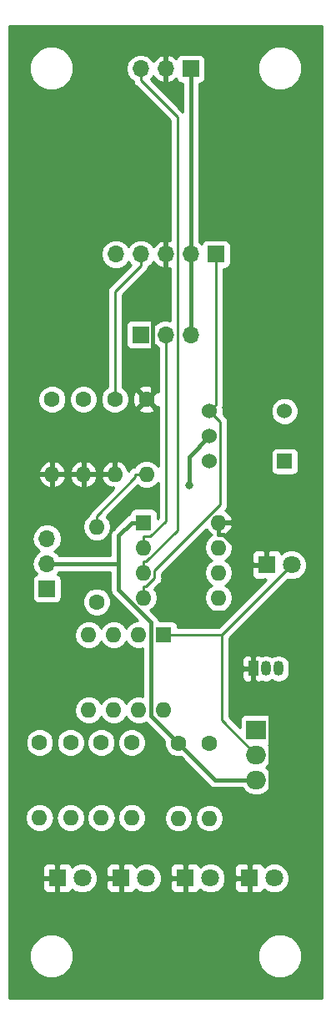
<source format=gtl>
G04 #@! TF.GenerationSoftware,KiCad,Pcbnew,(5.0.0)*
G04 #@! TF.CreationDate,2019-09-04T21:05:25+09:00*
G04 #@! TF.ProjectId,ir_send_mod,69725F73656E645F6D6F642E6B696361,rev?*
G04 #@! TF.SameCoordinates,Original*
G04 #@! TF.FileFunction,Copper,L1,Top,Signal*
G04 #@! TF.FilePolarity,Positive*
%FSLAX46Y46*%
G04 Gerber Fmt 4.6, Leading zero omitted, Abs format (unit mm)*
G04 Created by KiCad (PCBNEW (5.0.0)) date 09/04/19 21:05:25*
%MOMM*%
%LPD*%
G01*
G04 APERTURE LIST*
G04 #@! TA.AperFunction,ComponentPad*
%ADD10C,1.800000*%
G04 #@! TD*
G04 #@! TA.AperFunction,ComponentPad*
%ADD11R,1.800000X1.800000*%
G04 #@! TD*
G04 #@! TA.AperFunction,ComponentPad*
%ADD12O,1.050000X1.500000*%
G04 #@! TD*
G04 #@! TA.AperFunction,ComponentPad*
%ADD13R,1.050000X1.500000*%
G04 #@! TD*
G04 #@! TA.AperFunction,ComponentPad*
%ADD14R,2.000000X1.905000*%
G04 #@! TD*
G04 #@! TA.AperFunction,ComponentPad*
%ADD15O,2.000000X1.905000*%
G04 #@! TD*
G04 #@! TA.AperFunction,ComponentPad*
%ADD16C,1.600000*%
G04 #@! TD*
G04 #@! TA.AperFunction,ComponentPad*
%ADD17O,1.600000X1.600000*%
G04 #@! TD*
G04 #@! TA.AperFunction,ComponentPad*
%ADD18C,1.524000*%
G04 #@! TD*
G04 #@! TA.AperFunction,ComponentPad*
%ADD19R,1.524000X1.524000*%
G04 #@! TD*
G04 #@! TA.AperFunction,ComponentPad*
%ADD20R,1.600000X1.600000*%
G04 #@! TD*
G04 #@! TA.AperFunction,ComponentPad*
%ADD21R,1.700000X1.700000*%
G04 #@! TD*
G04 #@! TA.AperFunction,ComponentPad*
%ADD22O,1.700000X1.700000*%
G04 #@! TD*
G04 #@! TA.AperFunction,ViaPad*
%ADD23C,0.800000*%
G04 #@! TD*
G04 #@! TA.AperFunction,Conductor*
%ADD24C,0.400000*%
G04 #@! TD*
G04 #@! TA.AperFunction,Conductor*
%ADD25C,0.250000*%
G04 #@! TD*
G04 #@! TA.AperFunction,Conductor*
%ADD26C,0.254000*%
G04 #@! TD*
G04 APERTURE END LIST*
D10*
G04 #@! TO.P,D1,2*
G04 #@! TO.N,Net-(D1-Pad2)*
X36740000Y-131800000D03*
D11*
G04 #@! TO.P,D1,1*
G04 #@! TO.N,GND*
X34200000Y-131800000D03*
G04 #@! TD*
G04 #@! TO.P,D2,1*
G04 #@! TO.N,GND*
X40700000Y-131800000D03*
D10*
G04 #@! TO.P,D2,2*
G04 #@! TO.N,Net-(D2-Pad2)*
X43240000Y-131800000D03*
G04 #@! TD*
G04 #@! TO.P,D3,2*
G04 #@! TO.N,Net-(D3-Pad2)*
X49740000Y-131800000D03*
D11*
G04 #@! TO.P,D3,1*
G04 #@! TO.N,GND*
X47200000Y-131800000D03*
G04 #@! TD*
G04 #@! TO.P,D4,1*
G04 #@! TO.N,GND*
X53700000Y-131800000D03*
D10*
G04 #@! TO.P,D4,2*
G04 #@! TO.N,Net-(D4-Pad2)*
X56240000Y-131800000D03*
G04 #@! TD*
D11*
G04 #@! TO.P,D5,1*
G04 #@! TO.N,GND*
X55450000Y-100050000D03*
D10*
G04 #@! TO.P,D5,2*
G04 #@! TO.N,Net-(D5-Pad2)*
X57990000Y-100050000D03*
G04 #@! TD*
D12*
G04 #@! TO.P,Q1,2*
G04 #@! TO.N,Net-(Q1-Pad2)*
X55370000Y-110550000D03*
G04 #@! TO.P,Q1,3*
G04 #@! TO.N,Net-(Q1-Pad3)*
X56640000Y-110550000D03*
D13*
G04 #@! TO.P,Q1,1*
G04 #@! TO.N,GND*
X54100000Y-110550000D03*
G04 #@! TD*
D14*
G04 #@! TO.P,Q2,1*
G04 #@! TO.N,Net-(Q1-Pad3)*
X54400000Y-116750000D03*
D15*
G04 #@! TO.P,Q2,2*
G04 #@! TO.N,Net-(D5-Pad2)*
X54400000Y-119290000D03*
G04 #@! TO.P,Q2,3*
G04 #@! TO.N,5V*
X54400000Y-121830000D03*
G04 #@! TD*
D16*
G04 #@! TO.P,R1,1*
G04 #@! TO.N,Net-(R1-Pad1)*
X33650000Y-83250000D03*
D17*
G04 #@! TO.P,R1,2*
G04 #@! TO.N,GND*
X33650000Y-90870000D03*
G04 #@! TD*
G04 #@! TO.P,R2,2*
G04 #@! TO.N,GND*
X36850000Y-90870000D03*
D16*
G04 #@! TO.P,R2,1*
G04 #@! TO.N,Net-(J1-Pad5)*
X36850000Y-83250000D03*
G04 #@! TD*
D17*
G04 #@! TO.P,R3,2*
G04 #@! TO.N,GND*
X40050000Y-90870000D03*
D16*
G04 #@! TO.P,R3,1*
G04 #@! TO.N,Net-(J1-Pad4)*
X40050000Y-83250000D03*
G04 #@! TD*
G04 #@! TO.P,R4,1*
G04 #@! TO.N,Net-(R4-Pad1)*
X38200000Y-103820000D03*
D17*
G04 #@! TO.P,R4,2*
G04 #@! TO.N,Net-(J1-Pad1)*
X38200000Y-96200000D03*
G04 #@! TD*
D16*
G04 #@! TO.P,R5,1*
G04 #@! TO.N,Net-(Q1-Pad2)*
X49650000Y-118100000D03*
D17*
G04 #@! TO.P,R5,2*
G04 #@! TO.N,Net-(R5-Pad2)*
X49650000Y-125720000D03*
G04 #@! TD*
G04 #@! TO.P,R6,2*
G04 #@! TO.N,Net-(J1-Pad1)*
X43250000Y-90870000D03*
D16*
G04 #@! TO.P,R6,1*
G04 #@! TO.N,GND*
X43250000Y-83250000D03*
G04 #@! TD*
G04 #@! TO.P,R7,1*
G04 #@! TO.N,5V*
X46500000Y-118100000D03*
D17*
G04 #@! TO.P,R7,2*
G04 #@! TO.N,Net-(Q1-Pad3)*
X46500000Y-125720000D03*
G04 #@! TD*
G04 #@! TO.P,R8,2*
G04 #@! TO.N,Net-(D1-Pad2)*
X32400000Y-125670000D03*
D16*
G04 #@! TO.P,R8,1*
G04 #@! TO.N,Net-(R8-Pad1)*
X32400000Y-118050000D03*
G04 #@! TD*
G04 #@! TO.P,R10,1*
G04 #@! TO.N,Net-(R10-Pad1)*
X38650000Y-118050000D03*
D17*
G04 #@! TO.P,R10,2*
G04 #@! TO.N,Net-(D3-Pad2)*
X38650000Y-125670000D03*
G04 #@! TD*
D18*
G04 #@! TO.P,SW1,2*
G04 #@! TO.N,Net-(J1-Pad5)*
X57290000Y-84460000D03*
D19*
G04 #@! TO.P,SW1,1*
G04 #@! TO.N,Net-(J1-Pad4)*
X57290000Y-89540000D03*
D18*
G04 #@! TO.P,SW1,8*
G04 #@! TO.N,Net-(J1-Pad1)*
X49670000Y-84460000D03*
G04 #@! TO.P,SW1,4*
G04 #@! TO.N,Net-(R1-Pad1)*
X49670000Y-89540000D03*
G04 #@! TO.P,SW1,C*
G04 #@! TO.N,5V*
X49670000Y-87000000D03*
G04 #@! TD*
D20*
G04 #@! TO.P,U1,1*
G04 #@! TO.N,5V*
X42950000Y-95750000D03*
D17*
G04 #@! TO.P,U1,5*
G04 #@! TO.N,Net-(R1-Pad1)*
X50570000Y-103370000D03*
G04 #@! TO.P,U1,2*
G04 #@! TO.N,Net-(R5-Pad2)*
X42950000Y-98290000D03*
G04 #@! TO.P,U1,6*
G04 #@! TO.N,Net-(J1-Pad5)*
X50570000Y-100830000D03*
G04 #@! TO.P,U1,3*
G04 #@! TO.N,Net-(J2-Pad3)*
X42950000Y-100830000D03*
G04 #@! TO.P,U1,7*
G04 #@! TO.N,Net-(J1-Pad4)*
X50570000Y-98290000D03*
G04 #@! TO.P,U1,4*
G04 #@! TO.N,Net-(J1-Pad1)*
X42950000Y-103370000D03*
G04 #@! TO.P,U1,8*
G04 #@! TO.N,GND*
X50570000Y-95750000D03*
G04 #@! TD*
D16*
G04 #@! TO.P,R9,1*
G04 #@! TO.N,Net-(R9-Pad1)*
X35550000Y-118050000D03*
D17*
G04 #@! TO.P,R9,2*
G04 #@! TO.N,Net-(D2-Pad2)*
X35550000Y-125670000D03*
G04 #@! TD*
D16*
G04 #@! TO.P,R11,1*
G04 #@! TO.N,Net-(R11-Pad1)*
X41750000Y-118050000D03*
D17*
G04 #@! TO.P,R11,2*
G04 #@! TO.N,Net-(D4-Pad2)*
X41750000Y-125670000D03*
G04 #@! TD*
D21*
G04 #@! TO.P,SW3,1*
G04 #@! TO.N,N/C*
X33150000Y-102450000D03*
D22*
G04 #@! TO.P,SW3,2*
G04 #@! TO.N,5V*
X33150000Y-99910000D03*
G04 #@! TO.P,SW3,3*
G04 #@! TO.N,Net-(R4-Pad1)*
X33150000Y-97370000D03*
G04 #@! TD*
D21*
G04 #@! TO.P,J1,1*
G04 #@! TO.N,Net-(J1-Pad1)*
X50300000Y-68550000D03*
D22*
G04 #@! TO.P,J1,2*
G04 #@! TO.N,5V*
X47760000Y-68550000D03*
G04 #@! TO.P,J1,3*
G04 #@! TO.N,GND*
X45220000Y-68550000D03*
G04 #@! TO.P,J1,4*
G04 #@! TO.N,Net-(J1-Pad4)*
X42680000Y-68550000D03*
G04 #@! TO.P,J1,5*
G04 #@! TO.N,Net-(J1-Pad5)*
X40140000Y-68550000D03*
G04 #@! TD*
D21*
G04 #@! TO.P,J2,1*
G04 #@! TO.N,5V*
X47750000Y-49750000D03*
D22*
G04 #@! TO.P,J2,2*
G04 #@! TO.N,GND*
X45210000Y-49750000D03*
G04 #@! TO.P,J2,3*
G04 #@! TO.N,Net-(J2-Pad3)*
X42670000Y-49750000D03*
G04 #@! TD*
G04 #@! TO.P,SW2,3*
G04 #@! TO.N,5V*
X47730000Y-76700000D03*
G04 #@! TO.P,SW2,2*
G04 #@! TO.N,Net-(R5-Pad2)*
X45190000Y-76700000D03*
D21*
G04 #@! TO.P,SW2,1*
G04 #@! TO.N,N/C*
X42650000Y-76700000D03*
G04 #@! TD*
D20*
G04 #@! TO.P,SW4,1*
G04 #@! TO.N,Net-(D5-Pad2)*
X45000000Y-107150000D03*
D17*
G04 #@! TO.P,SW4,5*
G04 #@! TO.N,Net-(R8-Pad1)*
X37380000Y-114770000D03*
G04 #@! TO.P,SW4,2*
G04 #@! TO.N,Net-(D5-Pad2)*
X42460000Y-107150000D03*
G04 #@! TO.P,SW4,6*
G04 #@! TO.N,Net-(R9-Pad1)*
X39920000Y-114770000D03*
G04 #@! TO.P,SW4,3*
G04 #@! TO.N,Net-(D5-Pad2)*
X39920000Y-107150000D03*
G04 #@! TO.P,SW4,7*
G04 #@! TO.N,Net-(R10-Pad1)*
X42460000Y-114770000D03*
G04 #@! TO.P,SW4,4*
G04 #@! TO.N,Net-(D5-Pad2)*
X37380000Y-107150000D03*
G04 #@! TO.P,SW4,8*
G04 #@! TO.N,Net-(R11-Pad1)*
X45000000Y-114770000D03*
G04 #@! TD*
D23*
G04 #@! TO.N,5V*
X47578100Y-91986600D03*
G04 #@! TD*
D24*
G04 #@! TO.N,GND*
X53700000Y-131800000D02*
X53700000Y-130499700D01*
X54100000Y-110550000D02*
X54100000Y-111700300D01*
X54100000Y-111700300D02*
X55818400Y-113418700D01*
X55818400Y-113418700D02*
X55818400Y-128381300D01*
X55818400Y-128381300D02*
X53700000Y-130499700D01*
X50570000Y-95750000D02*
X50570000Y-96950300D01*
X55450000Y-100050000D02*
X54149700Y-100050000D01*
X54149700Y-100050000D02*
X51050000Y-96950300D01*
X51050000Y-96950300D02*
X50570000Y-96950300D01*
X45220000Y-68550000D02*
X45220000Y-69800300D01*
X45220000Y-69800300D02*
X43900400Y-71119900D01*
X43900400Y-71119900D02*
X43900400Y-82599600D01*
X43900400Y-82599600D02*
X43250000Y-83250000D01*
D25*
G04 #@! TO.N,Net-(D5-Pad2)*
X50890000Y-107150000D02*
X57990000Y-100050000D01*
X45000000Y-107150000D02*
X50890000Y-107150000D01*
X54400000Y-119290000D02*
X50890000Y-115780000D01*
X50890000Y-115780000D02*
X50890000Y-107150000D01*
D24*
G04 #@! TO.N,5V*
X49670000Y-87000000D02*
X47578100Y-89091900D01*
X47578100Y-89091900D02*
X47578100Y-91986600D01*
X46500000Y-118100000D02*
X50230000Y-121830000D01*
X50230000Y-121830000D02*
X54400000Y-121830000D01*
X40424900Y-99910000D02*
X40424900Y-102569700D01*
X40424900Y-102569700D02*
X43717300Y-105862100D01*
X43717300Y-105862100D02*
X43717300Y-115317300D01*
X43717300Y-115317300D02*
X46500000Y-118100000D01*
X41749700Y-95750000D02*
X40424900Y-97074800D01*
X40424900Y-97074800D02*
X40424900Y-99910000D01*
X40424900Y-99910000D02*
X33150000Y-99910000D01*
X42950000Y-95750000D02*
X41749700Y-95750000D01*
X47750000Y-49750000D02*
X47750000Y-51000300D01*
X47750000Y-51000300D02*
X47760000Y-51010300D01*
X47760000Y-51010300D02*
X47760000Y-68550000D01*
X47730000Y-76700000D02*
X47730000Y-75449700D01*
X47730000Y-75449700D02*
X47760000Y-75419700D01*
X47760000Y-75419700D02*
X47760000Y-68550000D01*
D25*
G04 #@! TO.N,Net-(J1-Pad1)*
X49670000Y-84460000D02*
X50757400Y-85547400D01*
X50757400Y-85547400D02*
X50757400Y-93947500D01*
X50757400Y-93947500D02*
X44075300Y-100629600D01*
X44075300Y-100629600D02*
X44075300Y-101400800D01*
X44075300Y-101400800D02*
X43231400Y-102244700D01*
X43231400Y-102244700D02*
X42950000Y-102244700D01*
X42950000Y-103370000D02*
X42950000Y-102244700D01*
X50300000Y-68550000D02*
X50300000Y-83830000D01*
X50300000Y-83830000D02*
X49670000Y-84460000D01*
X43250000Y-90870000D02*
X42124700Y-90870000D01*
X38200000Y-96200000D02*
X38200000Y-95074700D01*
X38200000Y-95074700D02*
X42124700Y-91150000D01*
X42124700Y-91150000D02*
X42124700Y-90870000D01*
G04 #@! TO.N,Net-(J1-Pad4)*
X42680000Y-68550000D02*
X42680000Y-69725300D01*
X42680000Y-69725300D02*
X40050000Y-72355300D01*
X40050000Y-72355300D02*
X40050000Y-83250000D01*
G04 #@! TO.N,Net-(J2-Pad3)*
X42950000Y-100830000D02*
X42950000Y-99704700D01*
X42670000Y-49750000D02*
X42670000Y-50925300D01*
X42670000Y-50925300D02*
X46396300Y-54651600D01*
X46396300Y-54651600D02*
X46396300Y-96539700D01*
X46396300Y-96539700D02*
X43231300Y-99704700D01*
X43231300Y-99704700D02*
X42950000Y-99704700D01*
G04 #@! TO.N,Net-(R5-Pad2)*
X45190000Y-76700000D02*
X45190000Y-95628000D01*
X45190000Y-95628000D02*
X43653300Y-97164700D01*
X43653300Y-97164700D02*
X42950000Y-97164700D01*
X42950000Y-98290000D02*
X42950000Y-97164700D01*
G04 #@! TD*
D26*
G04 #@! TO.N,GND*
G36*
X61090000Y-143990000D02*
X29310000Y-143990000D01*
X29310000Y-139255431D01*
X31365000Y-139255431D01*
X31365000Y-140144569D01*
X31705259Y-140966026D01*
X32333974Y-141594741D01*
X33155431Y-141935000D01*
X34044569Y-141935000D01*
X34866026Y-141594741D01*
X35494741Y-140966026D01*
X35835000Y-140144569D01*
X35835000Y-139255431D01*
X54565000Y-139255431D01*
X54565000Y-140144569D01*
X54905259Y-140966026D01*
X55533974Y-141594741D01*
X56355431Y-141935000D01*
X57244569Y-141935000D01*
X58066026Y-141594741D01*
X58694741Y-140966026D01*
X59035000Y-140144569D01*
X59035000Y-139255431D01*
X58694741Y-138433974D01*
X58066026Y-137805259D01*
X57244569Y-137465000D01*
X56355431Y-137465000D01*
X55533974Y-137805259D01*
X54905259Y-138433974D01*
X54565000Y-139255431D01*
X35835000Y-139255431D01*
X35494741Y-138433974D01*
X34866026Y-137805259D01*
X34044569Y-137465000D01*
X33155431Y-137465000D01*
X32333974Y-137805259D01*
X31705259Y-138433974D01*
X31365000Y-139255431D01*
X29310000Y-139255431D01*
X29310000Y-132085750D01*
X32665000Y-132085750D01*
X32665000Y-132826310D01*
X32761673Y-133059699D01*
X32940302Y-133238327D01*
X33173691Y-133335000D01*
X33914250Y-133335000D01*
X34073000Y-133176250D01*
X34073000Y-131927000D01*
X32823750Y-131927000D01*
X32665000Y-132085750D01*
X29310000Y-132085750D01*
X29310000Y-130773690D01*
X32665000Y-130773690D01*
X32665000Y-131514250D01*
X32823750Y-131673000D01*
X34073000Y-131673000D01*
X34073000Y-130423750D01*
X34327000Y-130423750D01*
X34327000Y-131673000D01*
X34347000Y-131673000D01*
X34347000Y-131927000D01*
X34327000Y-131927000D01*
X34327000Y-133176250D01*
X34485750Y-133335000D01*
X35226309Y-133335000D01*
X35459698Y-133238327D01*
X35638327Y-133059699D01*
X35694139Y-132924956D01*
X35870493Y-133101310D01*
X36434670Y-133335000D01*
X37045330Y-133335000D01*
X37609507Y-133101310D01*
X38041310Y-132669507D01*
X38275000Y-132105330D01*
X38275000Y-132085750D01*
X39165000Y-132085750D01*
X39165000Y-132826310D01*
X39261673Y-133059699D01*
X39440302Y-133238327D01*
X39673691Y-133335000D01*
X40414250Y-133335000D01*
X40573000Y-133176250D01*
X40573000Y-131927000D01*
X39323750Y-131927000D01*
X39165000Y-132085750D01*
X38275000Y-132085750D01*
X38275000Y-131494670D01*
X38041310Y-130930493D01*
X37884507Y-130773690D01*
X39165000Y-130773690D01*
X39165000Y-131514250D01*
X39323750Y-131673000D01*
X40573000Y-131673000D01*
X40573000Y-130423750D01*
X40827000Y-130423750D01*
X40827000Y-131673000D01*
X40847000Y-131673000D01*
X40847000Y-131927000D01*
X40827000Y-131927000D01*
X40827000Y-133176250D01*
X40985750Y-133335000D01*
X41726309Y-133335000D01*
X41959698Y-133238327D01*
X42138327Y-133059699D01*
X42194139Y-132924956D01*
X42370493Y-133101310D01*
X42934670Y-133335000D01*
X43545330Y-133335000D01*
X44109507Y-133101310D01*
X44541310Y-132669507D01*
X44775000Y-132105330D01*
X44775000Y-132085750D01*
X45665000Y-132085750D01*
X45665000Y-132826310D01*
X45761673Y-133059699D01*
X45940302Y-133238327D01*
X46173691Y-133335000D01*
X46914250Y-133335000D01*
X47073000Y-133176250D01*
X47073000Y-131927000D01*
X45823750Y-131927000D01*
X45665000Y-132085750D01*
X44775000Y-132085750D01*
X44775000Y-131494670D01*
X44541310Y-130930493D01*
X44384507Y-130773690D01*
X45665000Y-130773690D01*
X45665000Y-131514250D01*
X45823750Y-131673000D01*
X47073000Y-131673000D01*
X47073000Y-130423750D01*
X47327000Y-130423750D01*
X47327000Y-131673000D01*
X47347000Y-131673000D01*
X47347000Y-131927000D01*
X47327000Y-131927000D01*
X47327000Y-133176250D01*
X47485750Y-133335000D01*
X48226309Y-133335000D01*
X48459698Y-133238327D01*
X48638327Y-133059699D01*
X48694139Y-132924956D01*
X48870493Y-133101310D01*
X49434670Y-133335000D01*
X50045330Y-133335000D01*
X50609507Y-133101310D01*
X51041310Y-132669507D01*
X51275000Y-132105330D01*
X51275000Y-132085750D01*
X52165000Y-132085750D01*
X52165000Y-132826310D01*
X52261673Y-133059699D01*
X52440302Y-133238327D01*
X52673691Y-133335000D01*
X53414250Y-133335000D01*
X53573000Y-133176250D01*
X53573000Y-131927000D01*
X52323750Y-131927000D01*
X52165000Y-132085750D01*
X51275000Y-132085750D01*
X51275000Y-131494670D01*
X51041310Y-130930493D01*
X50884507Y-130773690D01*
X52165000Y-130773690D01*
X52165000Y-131514250D01*
X52323750Y-131673000D01*
X53573000Y-131673000D01*
X53573000Y-130423750D01*
X53827000Y-130423750D01*
X53827000Y-131673000D01*
X53847000Y-131673000D01*
X53847000Y-131927000D01*
X53827000Y-131927000D01*
X53827000Y-133176250D01*
X53985750Y-133335000D01*
X54726309Y-133335000D01*
X54959698Y-133238327D01*
X55138327Y-133059699D01*
X55194139Y-132924956D01*
X55370493Y-133101310D01*
X55934670Y-133335000D01*
X56545330Y-133335000D01*
X57109507Y-133101310D01*
X57541310Y-132669507D01*
X57775000Y-132105330D01*
X57775000Y-131494670D01*
X57541310Y-130930493D01*
X57109507Y-130498690D01*
X56545330Y-130265000D01*
X55934670Y-130265000D01*
X55370493Y-130498690D01*
X55194139Y-130675044D01*
X55138327Y-130540301D01*
X54959698Y-130361673D01*
X54726309Y-130265000D01*
X53985750Y-130265000D01*
X53827000Y-130423750D01*
X53573000Y-130423750D01*
X53414250Y-130265000D01*
X52673691Y-130265000D01*
X52440302Y-130361673D01*
X52261673Y-130540301D01*
X52165000Y-130773690D01*
X50884507Y-130773690D01*
X50609507Y-130498690D01*
X50045330Y-130265000D01*
X49434670Y-130265000D01*
X48870493Y-130498690D01*
X48694139Y-130675044D01*
X48638327Y-130540301D01*
X48459698Y-130361673D01*
X48226309Y-130265000D01*
X47485750Y-130265000D01*
X47327000Y-130423750D01*
X47073000Y-130423750D01*
X46914250Y-130265000D01*
X46173691Y-130265000D01*
X45940302Y-130361673D01*
X45761673Y-130540301D01*
X45665000Y-130773690D01*
X44384507Y-130773690D01*
X44109507Y-130498690D01*
X43545330Y-130265000D01*
X42934670Y-130265000D01*
X42370493Y-130498690D01*
X42194139Y-130675044D01*
X42138327Y-130540301D01*
X41959698Y-130361673D01*
X41726309Y-130265000D01*
X40985750Y-130265000D01*
X40827000Y-130423750D01*
X40573000Y-130423750D01*
X40414250Y-130265000D01*
X39673691Y-130265000D01*
X39440302Y-130361673D01*
X39261673Y-130540301D01*
X39165000Y-130773690D01*
X37884507Y-130773690D01*
X37609507Y-130498690D01*
X37045330Y-130265000D01*
X36434670Y-130265000D01*
X35870493Y-130498690D01*
X35694139Y-130675044D01*
X35638327Y-130540301D01*
X35459698Y-130361673D01*
X35226309Y-130265000D01*
X34485750Y-130265000D01*
X34327000Y-130423750D01*
X34073000Y-130423750D01*
X33914250Y-130265000D01*
X33173691Y-130265000D01*
X32940302Y-130361673D01*
X32761673Y-130540301D01*
X32665000Y-130773690D01*
X29310000Y-130773690D01*
X29310000Y-125670000D01*
X30936887Y-125670000D01*
X31048260Y-126229909D01*
X31365423Y-126704577D01*
X31840091Y-127021740D01*
X32258667Y-127105000D01*
X32541333Y-127105000D01*
X32959909Y-127021740D01*
X33434577Y-126704577D01*
X33751740Y-126229909D01*
X33863113Y-125670000D01*
X34086887Y-125670000D01*
X34198260Y-126229909D01*
X34515423Y-126704577D01*
X34990091Y-127021740D01*
X35408667Y-127105000D01*
X35691333Y-127105000D01*
X36109909Y-127021740D01*
X36584577Y-126704577D01*
X36901740Y-126229909D01*
X37013113Y-125670000D01*
X37186887Y-125670000D01*
X37298260Y-126229909D01*
X37615423Y-126704577D01*
X38090091Y-127021740D01*
X38508667Y-127105000D01*
X38791333Y-127105000D01*
X39209909Y-127021740D01*
X39684577Y-126704577D01*
X40001740Y-126229909D01*
X40113113Y-125670000D01*
X40286887Y-125670000D01*
X40398260Y-126229909D01*
X40715423Y-126704577D01*
X41190091Y-127021740D01*
X41608667Y-127105000D01*
X41891333Y-127105000D01*
X42309909Y-127021740D01*
X42784577Y-126704577D01*
X43101740Y-126229909D01*
X43203167Y-125720000D01*
X45036887Y-125720000D01*
X45148260Y-126279909D01*
X45465423Y-126754577D01*
X45940091Y-127071740D01*
X46358667Y-127155000D01*
X46641333Y-127155000D01*
X47059909Y-127071740D01*
X47534577Y-126754577D01*
X47851740Y-126279909D01*
X47963113Y-125720000D01*
X48186887Y-125720000D01*
X48298260Y-126279909D01*
X48615423Y-126754577D01*
X49090091Y-127071740D01*
X49508667Y-127155000D01*
X49791333Y-127155000D01*
X50209909Y-127071740D01*
X50684577Y-126754577D01*
X51001740Y-126279909D01*
X51113113Y-125720000D01*
X51001740Y-125160091D01*
X50684577Y-124685423D01*
X50209909Y-124368260D01*
X49791333Y-124285000D01*
X49508667Y-124285000D01*
X49090091Y-124368260D01*
X48615423Y-124685423D01*
X48298260Y-125160091D01*
X48186887Y-125720000D01*
X47963113Y-125720000D01*
X47851740Y-125160091D01*
X47534577Y-124685423D01*
X47059909Y-124368260D01*
X46641333Y-124285000D01*
X46358667Y-124285000D01*
X45940091Y-124368260D01*
X45465423Y-124685423D01*
X45148260Y-125160091D01*
X45036887Y-125720000D01*
X43203167Y-125720000D01*
X43213113Y-125670000D01*
X43101740Y-125110091D01*
X42784577Y-124635423D01*
X42309909Y-124318260D01*
X41891333Y-124235000D01*
X41608667Y-124235000D01*
X41190091Y-124318260D01*
X40715423Y-124635423D01*
X40398260Y-125110091D01*
X40286887Y-125670000D01*
X40113113Y-125670000D01*
X40001740Y-125110091D01*
X39684577Y-124635423D01*
X39209909Y-124318260D01*
X38791333Y-124235000D01*
X38508667Y-124235000D01*
X38090091Y-124318260D01*
X37615423Y-124635423D01*
X37298260Y-125110091D01*
X37186887Y-125670000D01*
X37013113Y-125670000D01*
X36901740Y-125110091D01*
X36584577Y-124635423D01*
X36109909Y-124318260D01*
X35691333Y-124235000D01*
X35408667Y-124235000D01*
X34990091Y-124318260D01*
X34515423Y-124635423D01*
X34198260Y-125110091D01*
X34086887Y-125670000D01*
X33863113Y-125670000D01*
X33751740Y-125110091D01*
X33434577Y-124635423D01*
X32959909Y-124318260D01*
X32541333Y-124235000D01*
X32258667Y-124235000D01*
X31840091Y-124318260D01*
X31365423Y-124635423D01*
X31048260Y-125110091D01*
X30936887Y-125670000D01*
X29310000Y-125670000D01*
X29310000Y-117764561D01*
X30965000Y-117764561D01*
X30965000Y-118335439D01*
X31183466Y-118862862D01*
X31587138Y-119266534D01*
X32114561Y-119485000D01*
X32685439Y-119485000D01*
X33212862Y-119266534D01*
X33616534Y-118862862D01*
X33835000Y-118335439D01*
X33835000Y-117764561D01*
X34115000Y-117764561D01*
X34115000Y-118335439D01*
X34333466Y-118862862D01*
X34737138Y-119266534D01*
X35264561Y-119485000D01*
X35835439Y-119485000D01*
X36362862Y-119266534D01*
X36766534Y-118862862D01*
X36985000Y-118335439D01*
X36985000Y-117764561D01*
X37215000Y-117764561D01*
X37215000Y-118335439D01*
X37433466Y-118862862D01*
X37837138Y-119266534D01*
X38364561Y-119485000D01*
X38935439Y-119485000D01*
X39462862Y-119266534D01*
X39866534Y-118862862D01*
X40085000Y-118335439D01*
X40085000Y-117764561D01*
X40315000Y-117764561D01*
X40315000Y-118335439D01*
X40533466Y-118862862D01*
X40937138Y-119266534D01*
X41464561Y-119485000D01*
X42035439Y-119485000D01*
X42562862Y-119266534D01*
X42966534Y-118862862D01*
X43185000Y-118335439D01*
X43185000Y-117764561D01*
X42966534Y-117237138D01*
X42562862Y-116833466D01*
X42035439Y-116615000D01*
X41464561Y-116615000D01*
X40937138Y-116833466D01*
X40533466Y-117237138D01*
X40315000Y-117764561D01*
X40085000Y-117764561D01*
X39866534Y-117237138D01*
X39462862Y-116833466D01*
X38935439Y-116615000D01*
X38364561Y-116615000D01*
X37837138Y-116833466D01*
X37433466Y-117237138D01*
X37215000Y-117764561D01*
X36985000Y-117764561D01*
X36766534Y-117237138D01*
X36362862Y-116833466D01*
X35835439Y-116615000D01*
X35264561Y-116615000D01*
X34737138Y-116833466D01*
X34333466Y-117237138D01*
X34115000Y-117764561D01*
X33835000Y-117764561D01*
X33616534Y-117237138D01*
X33212862Y-116833466D01*
X32685439Y-116615000D01*
X32114561Y-116615000D01*
X31587138Y-116833466D01*
X31183466Y-117237138D01*
X30965000Y-117764561D01*
X29310000Y-117764561D01*
X29310000Y-97370000D01*
X31635908Y-97370000D01*
X31751161Y-97949418D01*
X32079375Y-98440625D01*
X32377761Y-98640000D01*
X32079375Y-98839375D01*
X31751161Y-99330582D01*
X31635908Y-99910000D01*
X31751161Y-100489418D01*
X32079375Y-100980625D01*
X32097619Y-100992816D01*
X32052235Y-101001843D01*
X31842191Y-101142191D01*
X31701843Y-101352235D01*
X31652560Y-101600000D01*
X31652560Y-103300000D01*
X31701843Y-103547765D01*
X31842191Y-103757809D01*
X32052235Y-103898157D01*
X32300000Y-103947440D01*
X34000000Y-103947440D01*
X34247765Y-103898157D01*
X34457809Y-103757809D01*
X34598157Y-103547765D01*
X34600783Y-103534561D01*
X36765000Y-103534561D01*
X36765000Y-104105439D01*
X36983466Y-104632862D01*
X37387138Y-105036534D01*
X37914561Y-105255000D01*
X38485439Y-105255000D01*
X39012862Y-105036534D01*
X39416534Y-104632862D01*
X39635000Y-104105439D01*
X39635000Y-103534561D01*
X39416534Y-103007138D01*
X39012862Y-102603466D01*
X38485439Y-102385000D01*
X37914561Y-102385000D01*
X37387138Y-102603466D01*
X36983466Y-103007138D01*
X36765000Y-103534561D01*
X34600783Y-103534561D01*
X34647440Y-103300000D01*
X34647440Y-101600000D01*
X34598157Y-101352235D01*
X34457809Y-101142191D01*
X34247765Y-101001843D01*
X34202381Y-100992816D01*
X34220625Y-100980625D01*
X34378065Y-100745000D01*
X39589900Y-100745000D01*
X39589901Y-102487462D01*
X39573543Y-102569700D01*
X39638348Y-102895500D01*
X39638349Y-102895501D01*
X39822900Y-103171701D01*
X39892618Y-103218285D01*
X42389332Y-105715000D01*
X42318667Y-105715000D01*
X41900091Y-105798260D01*
X41425423Y-106115423D01*
X41190000Y-106467758D01*
X40954577Y-106115423D01*
X40479909Y-105798260D01*
X40061333Y-105715000D01*
X39778667Y-105715000D01*
X39360091Y-105798260D01*
X38885423Y-106115423D01*
X38650000Y-106467758D01*
X38414577Y-106115423D01*
X37939909Y-105798260D01*
X37521333Y-105715000D01*
X37238667Y-105715000D01*
X36820091Y-105798260D01*
X36345423Y-106115423D01*
X36028260Y-106590091D01*
X35916887Y-107150000D01*
X36028260Y-107709909D01*
X36345423Y-108184577D01*
X36820091Y-108501740D01*
X37238667Y-108585000D01*
X37521333Y-108585000D01*
X37939909Y-108501740D01*
X38414577Y-108184577D01*
X38650000Y-107832242D01*
X38885423Y-108184577D01*
X39360091Y-108501740D01*
X39778667Y-108585000D01*
X40061333Y-108585000D01*
X40479909Y-108501740D01*
X40954577Y-108184577D01*
X41190000Y-107832242D01*
X41425423Y-108184577D01*
X41900091Y-108501740D01*
X42318667Y-108585000D01*
X42601333Y-108585000D01*
X42882300Y-108529112D01*
X42882301Y-113390888D01*
X42601333Y-113335000D01*
X42318667Y-113335000D01*
X41900091Y-113418260D01*
X41425423Y-113735423D01*
X41190000Y-114087758D01*
X40954577Y-113735423D01*
X40479909Y-113418260D01*
X40061333Y-113335000D01*
X39778667Y-113335000D01*
X39360091Y-113418260D01*
X38885423Y-113735423D01*
X38650000Y-114087758D01*
X38414577Y-113735423D01*
X37939909Y-113418260D01*
X37521333Y-113335000D01*
X37238667Y-113335000D01*
X36820091Y-113418260D01*
X36345423Y-113735423D01*
X36028260Y-114210091D01*
X35916887Y-114770000D01*
X36028260Y-115329909D01*
X36345423Y-115804577D01*
X36820091Y-116121740D01*
X37238667Y-116205000D01*
X37521333Y-116205000D01*
X37939909Y-116121740D01*
X38414577Y-115804577D01*
X38650000Y-115452242D01*
X38885423Y-115804577D01*
X39360091Y-116121740D01*
X39778667Y-116205000D01*
X40061333Y-116205000D01*
X40479909Y-116121740D01*
X40954577Y-115804577D01*
X41190000Y-115452242D01*
X41425423Y-115804577D01*
X41900091Y-116121740D01*
X42318667Y-116205000D01*
X42601333Y-116205000D01*
X43019909Y-116121740D01*
X43212313Y-115993180D01*
X45065000Y-117845868D01*
X45065000Y-118385439D01*
X45283466Y-118912862D01*
X45687138Y-119316534D01*
X46214561Y-119535000D01*
X46754133Y-119535000D01*
X49581415Y-122362283D01*
X49627999Y-122432001D01*
X49904199Y-122616552D01*
X50147763Y-122665000D01*
X50230000Y-122681358D01*
X50312237Y-122665000D01*
X53001161Y-122665000D01*
X53207977Y-122974523D01*
X53733089Y-123325391D01*
X54196150Y-123417500D01*
X54603850Y-123417500D01*
X55066911Y-123325391D01*
X55592023Y-122974523D01*
X55942891Y-122449411D01*
X56066100Y-121830000D01*
X55942891Y-121210589D01*
X55592023Y-120685477D01*
X55404233Y-120560000D01*
X55592023Y-120434523D01*
X55942891Y-119909411D01*
X56066100Y-119290000D01*
X55942891Y-118670589D01*
X55680912Y-118278509D01*
X55857809Y-118160309D01*
X55998157Y-117950265D01*
X56047440Y-117702500D01*
X56047440Y-115797500D01*
X55998157Y-115549735D01*
X55857809Y-115339691D01*
X55647765Y-115199343D01*
X55400000Y-115150060D01*
X53400000Y-115150060D01*
X53152235Y-115199343D01*
X52942191Y-115339691D01*
X52801843Y-115549735D01*
X52752560Y-115797500D01*
X52752560Y-116567759D01*
X51650000Y-115465199D01*
X51650000Y-110835750D01*
X52940000Y-110835750D01*
X52940000Y-111426310D01*
X53036673Y-111659699D01*
X53215302Y-111838327D01*
X53448691Y-111935000D01*
X53814250Y-111935000D01*
X53973000Y-111776250D01*
X53973000Y-110677000D01*
X53098750Y-110677000D01*
X52940000Y-110835750D01*
X51650000Y-110835750D01*
X51650000Y-109673690D01*
X52940000Y-109673690D01*
X52940000Y-110264250D01*
X53098750Y-110423000D01*
X53973000Y-110423000D01*
X53973000Y-110210755D01*
X54210000Y-110210755D01*
X54210000Y-110889246D01*
X54227000Y-110974710D01*
X54227000Y-111776250D01*
X54385750Y-111935000D01*
X54751309Y-111935000D01*
X54916016Y-111866776D01*
X54917392Y-111867695D01*
X55370000Y-111957725D01*
X55822609Y-111867695D01*
X56005001Y-111745825D01*
X56187392Y-111867695D01*
X56640000Y-111957725D01*
X57092609Y-111867695D01*
X57476313Y-111611313D01*
X57732695Y-111227608D01*
X57800000Y-110889245D01*
X57800000Y-110210754D01*
X57732695Y-109872391D01*
X57476313Y-109488687D01*
X57092608Y-109232305D01*
X56640000Y-109142275D01*
X56187391Y-109232305D01*
X56005000Y-109354175D01*
X55822608Y-109232305D01*
X55370000Y-109142275D01*
X54917391Y-109232305D01*
X54916016Y-109233224D01*
X54751309Y-109165000D01*
X54385750Y-109165000D01*
X54227000Y-109323750D01*
X54227000Y-110125291D01*
X54210000Y-110210755D01*
X53973000Y-110210755D01*
X53973000Y-109323750D01*
X53814250Y-109165000D01*
X53448691Y-109165000D01*
X53215302Y-109261673D01*
X53036673Y-109440301D01*
X52940000Y-109673690D01*
X51650000Y-109673690D01*
X51650000Y-107464801D01*
X57575162Y-101539640D01*
X57684670Y-101585000D01*
X58295330Y-101585000D01*
X58859507Y-101351310D01*
X59291310Y-100919507D01*
X59525000Y-100355330D01*
X59525000Y-99744670D01*
X59291310Y-99180493D01*
X58859507Y-98748690D01*
X58295330Y-98515000D01*
X57684670Y-98515000D01*
X57120493Y-98748690D01*
X56944139Y-98925044D01*
X56888327Y-98790301D01*
X56709698Y-98611673D01*
X56476309Y-98515000D01*
X55735750Y-98515000D01*
X55577000Y-98673750D01*
X55577000Y-99923000D01*
X55597000Y-99923000D01*
X55597000Y-100177000D01*
X55577000Y-100177000D01*
X55577000Y-100197000D01*
X55323000Y-100197000D01*
X55323000Y-100177000D01*
X54073750Y-100177000D01*
X53915000Y-100335750D01*
X53915000Y-101076310D01*
X54011673Y-101309699D01*
X54190302Y-101488327D01*
X54423691Y-101585000D01*
X55164250Y-101585000D01*
X55322998Y-101426252D01*
X55322998Y-101585000D01*
X55380198Y-101585000D01*
X50575199Y-106390000D01*
X46447440Y-106390000D01*
X46447440Y-106350000D01*
X46398157Y-106102235D01*
X46257809Y-105892191D01*
X46047765Y-105751843D01*
X45800000Y-105702560D01*
X44536923Y-105702560D01*
X44503852Y-105536300D01*
X44503852Y-105536299D01*
X44319301Y-105260099D01*
X44249583Y-105213515D01*
X43658513Y-104622446D01*
X43984577Y-104404577D01*
X44301740Y-103929909D01*
X44413113Y-103370000D01*
X44301740Y-102810091D01*
X44077063Y-102473838D01*
X44559773Y-101991129D01*
X44623229Y-101948729D01*
X44749182Y-101760228D01*
X44791204Y-101697338D01*
X44809593Y-101604889D01*
X44835300Y-101475652D01*
X44835300Y-101475648D01*
X44850188Y-101400800D01*
X44835300Y-101325952D01*
X44835300Y-100944401D01*
X49325288Y-96454415D01*
X49338959Y-96487423D01*
X49714866Y-96902389D01*
X49919108Y-96999053D01*
X49535423Y-97255423D01*
X49218260Y-97730091D01*
X49106887Y-98290000D01*
X49218260Y-98849909D01*
X49535423Y-99324577D01*
X49887758Y-99560000D01*
X49535423Y-99795423D01*
X49218260Y-100270091D01*
X49106887Y-100830000D01*
X49218260Y-101389909D01*
X49535423Y-101864577D01*
X49887758Y-102100000D01*
X49535423Y-102335423D01*
X49218260Y-102810091D01*
X49106887Y-103370000D01*
X49218260Y-103929909D01*
X49535423Y-104404577D01*
X50010091Y-104721740D01*
X50428667Y-104805000D01*
X50711333Y-104805000D01*
X51129909Y-104721740D01*
X51604577Y-104404577D01*
X51921740Y-103929909D01*
X52033113Y-103370000D01*
X51921740Y-102810091D01*
X51604577Y-102335423D01*
X51252242Y-102100000D01*
X51604577Y-101864577D01*
X51921740Y-101389909D01*
X52033113Y-100830000D01*
X51921740Y-100270091D01*
X51604577Y-99795423D01*
X51252242Y-99560000D01*
X51604577Y-99324577D01*
X51805623Y-99023690D01*
X53915000Y-99023690D01*
X53915000Y-99764250D01*
X54073750Y-99923000D01*
X55323000Y-99923000D01*
X55323000Y-98673750D01*
X55164250Y-98515000D01*
X54423691Y-98515000D01*
X54190302Y-98611673D01*
X54011673Y-98790301D01*
X53915000Y-99023690D01*
X51805623Y-99023690D01*
X51921740Y-98849909D01*
X52033113Y-98290000D01*
X51921740Y-97730091D01*
X51604577Y-97255423D01*
X51220892Y-96999053D01*
X51425134Y-96902389D01*
X51801041Y-96487423D01*
X51961904Y-96099039D01*
X51839915Y-95877000D01*
X50697000Y-95877000D01*
X50697000Y-95897000D01*
X50443000Y-95897000D01*
X50443000Y-95877000D01*
X50423000Y-95877000D01*
X50423000Y-95623000D01*
X50443000Y-95623000D01*
X50443000Y-95603000D01*
X50697000Y-95603000D01*
X50697000Y-95623000D01*
X51839915Y-95623000D01*
X51961904Y-95400961D01*
X51801041Y-95012577D01*
X51425134Y-94597611D01*
X51265485Y-94522052D01*
X51305329Y-94495429D01*
X51347727Y-94431976D01*
X51347729Y-94431974D01*
X51473303Y-94244038D01*
X51473304Y-94244037D01*
X51517400Y-94022352D01*
X51517400Y-94022348D01*
X51532288Y-93947501D01*
X51517400Y-93872654D01*
X51517400Y-88778000D01*
X55880560Y-88778000D01*
X55880560Y-90302000D01*
X55929843Y-90549765D01*
X56070191Y-90759809D01*
X56280235Y-90900157D01*
X56528000Y-90949440D01*
X58052000Y-90949440D01*
X58299765Y-90900157D01*
X58509809Y-90759809D01*
X58650157Y-90549765D01*
X58699440Y-90302000D01*
X58699440Y-88778000D01*
X58650157Y-88530235D01*
X58509809Y-88320191D01*
X58299765Y-88179843D01*
X58052000Y-88130560D01*
X56528000Y-88130560D01*
X56280235Y-88179843D01*
X56070191Y-88320191D01*
X55929843Y-88530235D01*
X55880560Y-88778000D01*
X51517400Y-88778000D01*
X51517400Y-85622248D01*
X51532288Y-85547400D01*
X51517400Y-85472552D01*
X51517400Y-85472548D01*
X51473304Y-85250863D01*
X51473304Y-85250862D01*
X51347729Y-85062927D01*
X51305329Y-84999471D01*
X51241873Y-84957071D01*
X51054020Y-84769218D01*
X51067000Y-84737881D01*
X51067000Y-84182119D01*
X55893000Y-84182119D01*
X55893000Y-84737881D01*
X56105680Y-85251337D01*
X56498663Y-85644320D01*
X57012119Y-85857000D01*
X57567881Y-85857000D01*
X58081337Y-85644320D01*
X58474320Y-85251337D01*
X58687000Y-84737881D01*
X58687000Y-84182119D01*
X58474320Y-83668663D01*
X58081337Y-83275680D01*
X57567881Y-83063000D01*
X57012119Y-83063000D01*
X56498663Y-83275680D01*
X56105680Y-83668663D01*
X55893000Y-84182119D01*
X51067000Y-84182119D01*
X51025012Y-84080750D01*
X51060000Y-83904852D01*
X51060000Y-83904848D01*
X51074888Y-83830000D01*
X51060000Y-83755152D01*
X51060000Y-70047440D01*
X51150000Y-70047440D01*
X51397765Y-69998157D01*
X51607809Y-69857809D01*
X51748157Y-69647765D01*
X51797440Y-69400000D01*
X51797440Y-67700000D01*
X51748157Y-67452235D01*
X51607809Y-67242191D01*
X51397765Y-67101843D01*
X51150000Y-67052560D01*
X49450000Y-67052560D01*
X49202235Y-67101843D01*
X48992191Y-67242191D01*
X48851843Y-67452235D01*
X48842816Y-67497619D01*
X48830625Y-67479375D01*
X48595000Y-67321935D01*
X48595000Y-51247440D01*
X48600000Y-51247440D01*
X48847765Y-51198157D01*
X49057809Y-51057809D01*
X49198157Y-50847765D01*
X49247440Y-50600000D01*
X49247440Y-49255431D01*
X54565000Y-49255431D01*
X54565000Y-50144569D01*
X54905259Y-50966026D01*
X55533974Y-51594741D01*
X56355431Y-51935000D01*
X57244569Y-51935000D01*
X58066026Y-51594741D01*
X58694741Y-50966026D01*
X59035000Y-50144569D01*
X59035000Y-49255431D01*
X58694741Y-48433974D01*
X58066026Y-47805259D01*
X57244569Y-47465000D01*
X56355431Y-47465000D01*
X55533974Y-47805259D01*
X54905259Y-48433974D01*
X54565000Y-49255431D01*
X49247440Y-49255431D01*
X49247440Y-48900000D01*
X49198157Y-48652235D01*
X49057809Y-48442191D01*
X48847765Y-48301843D01*
X48600000Y-48252560D01*
X46900000Y-48252560D01*
X46652235Y-48301843D01*
X46442191Y-48442191D01*
X46301843Y-48652235D01*
X46281261Y-48755708D01*
X45976924Y-48478355D01*
X45566890Y-48308524D01*
X45337000Y-48429845D01*
X45337000Y-49623000D01*
X45357000Y-49623000D01*
X45357000Y-49877000D01*
X45337000Y-49877000D01*
X45337000Y-51070155D01*
X45566890Y-51191476D01*
X45976924Y-51021645D01*
X46281261Y-50744292D01*
X46301843Y-50847765D01*
X46442191Y-51057809D01*
X46652235Y-51198157D01*
X46900000Y-51247440D01*
X46925000Y-51247440D01*
X46925000Y-54090823D01*
X46880773Y-54061271D01*
X43680380Y-50860879D01*
X43740625Y-50820625D01*
X43953843Y-50501522D01*
X44014817Y-50631358D01*
X44443076Y-51021645D01*
X44853110Y-51191476D01*
X45083000Y-51070155D01*
X45083000Y-49877000D01*
X45063000Y-49877000D01*
X45063000Y-49623000D01*
X45083000Y-49623000D01*
X45083000Y-48429845D01*
X44853110Y-48308524D01*
X44443076Y-48478355D01*
X44014817Y-48868642D01*
X43953843Y-48998478D01*
X43740625Y-48679375D01*
X43249418Y-48351161D01*
X42816256Y-48265000D01*
X42523744Y-48265000D01*
X42090582Y-48351161D01*
X41599375Y-48679375D01*
X41271161Y-49170582D01*
X41155908Y-49750000D01*
X41271161Y-50329418D01*
X41599375Y-50820625D01*
X41916430Y-51032475D01*
X41954097Y-51221837D01*
X42122072Y-51473229D01*
X42185528Y-51515629D01*
X45636300Y-54966402D01*
X45636300Y-67133131D01*
X45576890Y-67108524D01*
X45347000Y-67229845D01*
X45347000Y-68423000D01*
X45367000Y-68423000D01*
X45367000Y-68677000D01*
X45347000Y-68677000D01*
X45347000Y-69870155D01*
X45576890Y-69991476D01*
X45636300Y-69966869D01*
X45636300Y-75274682D01*
X45336256Y-75215000D01*
X45043744Y-75215000D01*
X44610582Y-75301161D01*
X44119375Y-75629375D01*
X44107184Y-75647619D01*
X44098157Y-75602235D01*
X43957809Y-75392191D01*
X43747765Y-75251843D01*
X43500000Y-75202560D01*
X41800000Y-75202560D01*
X41552235Y-75251843D01*
X41342191Y-75392191D01*
X41201843Y-75602235D01*
X41152560Y-75850000D01*
X41152560Y-77550000D01*
X41201843Y-77797765D01*
X41342191Y-78007809D01*
X41552235Y-78148157D01*
X41800000Y-78197440D01*
X43500000Y-78197440D01*
X43747765Y-78148157D01*
X43957809Y-78007809D01*
X44098157Y-77797765D01*
X44107184Y-77752381D01*
X44119375Y-77770625D01*
X44430000Y-77978178D01*
X44430000Y-82473746D01*
X44257745Y-82421861D01*
X43429605Y-83250000D01*
X44257745Y-84078139D01*
X44430000Y-84026254D01*
X44430001Y-90053065D01*
X44284577Y-89835423D01*
X43809909Y-89518260D01*
X43391333Y-89435000D01*
X43108667Y-89435000D01*
X42690091Y-89518260D01*
X42215423Y-89835423D01*
X42029214Y-90114104D01*
X41828163Y-90154096D01*
X41576771Y-90322071D01*
X41433117Y-90537065D01*
X41441914Y-90520959D01*
X41202389Y-90014866D01*
X40787423Y-89638959D01*
X40399039Y-89478096D01*
X40177000Y-89600085D01*
X40177000Y-90743000D01*
X40197000Y-90743000D01*
X40197000Y-90997000D01*
X40177000Y-90997000D01*
X40177000Y-91017000D01*
X39923000Y-91017000D01*
X39923000Y-90997000D01*
X38779371Y-90997000D01*
X38658086Y-91219041D01*
X38897611Y-91725134D01*
X39312577Y-92101041D01*
X39700961Y-92261904D01*
X39922998Y-92139916D01*
X39922998Y-92276900D01*
X37715528Y-94484371D01*
X37652072Y-94526771D01*
X37609672Y-94590227D01*
X37609671Y-94590228D01*
X37484097Y-94778163D01*
X37444106Y-94979213D01*
X37165423Y-95165423D01*
X36848260Y-95640091D01*
X36736887Y-96200000D01*
X36848260Y-96759909D01*
X37165423Y-97234577D01*
X37640091Y-97551740D01*
X38058667Y-97635000D01*
X38341333Y-97635000D01*
X38759909Y-97551740D01*
X39234577Y-97234577D01*
X39551740Y-96759909D01*
X39663113Y-96200000D01*
X39551740Y-95640091D01*
X39234577Y-95165423D01*
X39204305Y-95145196D01*
X42352999Y-91996503D01*
X42690091Y-92221740D01*
X43108667Y-92305000D01*
X43391333Y-92305000D01*
X43809909Y-92221740D01*
X44284577Y-91904577D01*
X44430001Y-91686935D01*
X44430001Y-95313197D01*
X44397440Y-95345758D01*
X44397440Y-94950000D01*
X44348157Y-94702235D01*
X44207809Y-94492191D01*
X43997765Y-94351843D01*
X43750000Y-94302560D01*
X42150000Y-94302560D01*
X41902235Y-94351843D01*
X41692191Y-94492191D01*
X41551843Y-94702235D01*
X41503015Y-94947711D01*
X41423899Y-94963448D01*
X41147699Y-95147999D01*
X41101115Y-95217718D01*
X39892620Y-96426213D01*
X39822899Y-96472799D01*
X39638348Y-96749000D01*
X39589900Y-96992564D01*
X39589900Y-96992567D01*
X39573543Y-97074800D01*
X39589900Y-97157033D01*
X39589901Y-99075000D01*
X34378065Y-99075000D01*
X34220625Y-98839375D01*
X33922239Y-98640000D01*
X34220625Y-98440625D01*
X34548839Y-97949418D01*
X34664092Y-97370000D01*
X34548839Y-96790582D01*
X34220625Y-96299375D01*
X33729418Y-95971161D01*
X33296256Y-95885000D01*
X33003744Y-95885000D01*
X32570582Y-95971161D01*
X32079375Y-96299375D01*
X31751161Y-96790582D01*
X31635908Y-97370000D01*
X29310000Y-97370000D01*
X29310000Y-91219041D01*
X32258086Y-91219041D01*
X32497611Y-91725134D01*
X32912577Y-92101041D01*
X33300961Y-92261904D01*
X33523000Y-92139915D01*
X33523000Y-90997000D01*
X33777000Y-90997000D01*
X33777000Y-92139915D01*
X33999039Y-92261904D01*
X34387423Y-92101041D01*
X34802389Y-91725134D01*
X35041914Y-91219041D01*
X35458086Y-91219041D01*
X35697611Y-91725134D01*
X36112577Y-92101041D01*
X36500961Y-92261904D01*
X36723000Y-92139915D01*
X36723000Y-90997000D01*
X36977000Y-90997000D01*
X36977000Y-92139915D01*
X37199039Y-92261904D01*
X37587423Y-92101041D01*
X38002389Y-91725134D01*
X38241914Y-91219041D01*
X38120629Y-90997000D01*
X36977000Y-90997000D01*
X36723000Y-90997000D01*
X35579371Y-90997000D01*
X35458086Y-91219041D01*
X35041914Y-91219041D01*
X34920629Y-90997000D01*
X33777000Y-90997000D01*
X33523000Y-90997000D01*
X32379371Y-90997000D01*
X32258086Y-91219041D01*
X29310000Y-91219041D01*
X29310000Y-90520959D01*
X32258086Y-90520959D01*
X32379371Y-90743000D01*
X33523000Y-90743000D01*
X33523000Y-89600085D01*
X33777000Y-89600085D01*
X33777000Y-90743000D01*
X34920629Y-90743000D01*
X35041914Y-90520959D01*
X35458086Y-90520959D01*
X35579371Y-90743000D01*
X36723000Y-90743000D01*
X36723000Y-89600085D01*
X36977000Y-89600085D01*
X36977000Y-90743000D01*
X38120629Y-90743000D01*
X38241914Y-90520959D01*
X38658086Y-90520959D01*
X38779371Y-90743000D01*
X39923000Y-90743000D01*
X39923000Y-89600085D01*
X39700961Y-89478096D01*
X39312577Y-89638959D01*
X38897611Y-90014866D01*
X38658086Y-90520959D01*
X38241914Y-90520959D01*
X38002389Y-90014866D01*
X37587423Y-89638959D01*
X37199039Y-89478096D01*
X36977000Y-89600085D01*
X36723000Y-89600085D01*
X36500961Y-89478096D01*
X36112577Y-89638959D01*
X35697611Y-90014866D01*
X35458086Y-90520959D01*
X35041914Y-90520959D01*
X34802389Y-90014866D01*
X34387423Y-89638959D01*
X33999039Y-89478096D01*
X33777000Y-89600085D01*
X33523000Y-89600085D01*
X33300961Y-89478096D01*
X32912577Y-89638959D01*
X32497611Y-90014866D01*
X32258086Y-90520959D01*
X29310000Y-90520959D01*
X29310000Y-82964561D01*
X32215000Y-82964561D01*
X32215000Y-83535439D01*
X32433466Y-84062862D01*
X32837138Y-84466534D01*
X33364561Y-84685000D01*
X33935439Y-84685000D01*
X34462862Y-84466534D01*
X34866534Y-84062862D01*
X35085000Y-83535439D01*
X35085000Y-82964561D01*
X35415000Y-82964561D01*
X35415000Y-83535439D01*
X35633466Y-84062862D01*
X36037138Y-84466534D01*
X36564561Y-84685000D01*
X37135439Y-84685000D01*
X37662862Y-84466534D01*
X38066534Y-84062862D01*
X38285000Y-83535439D01*
X38285000Y-82964561D01*
X38615000Y-82964561D01*
X38615000Y-83535439D01*
X38833466Y-84062862D01*
X39237138Y-84466534D01*
X39764561Y-84685000D01*
X40335439Y-84685000D01*
X40862862Y-84466534D01*
X41071651Y-84257745D01*
X42421861Y-84257745D01*
X42495995Y-84503864D01*
X43033223Y-84696965D01*
X43603454Y-84669778D01*
X44004005Y-84503864D01*
X44078139Y-84257745D01*
X43250000Y-83429605D01*
X42421861Y-84257745D01*
X41071651Y-84257745D01*
X41266534Y-84062862D01*
X41485000Y-83535439D01*
X41485000Y-83033223D01*
X41803035Y-83033223D01*
X41830222Y-83603454D01*
X41996136Y-84004005D01*
X42242255Y-84078139D01*
X43070395Y-83250000D01*
X42242255Y-82421861D01*
X41996136Y-82495995D01*
X41803035Y-83033223D01*
X41485000Y-83033223D01*
X41485000Y-82964561D01*
X41266534Y-82437138D01*
X41071651Y-82242255D01*
X42421861Y-82242255D01*
X43250000Y-83070395D01*
X44078139Y-82242255D01*
X44004005Y-81996136D01*
X43466777Y-81803035D01*
X42896546Y-81830222D01*
X42495995Y-81996136D01*
X42421861Y-82242255D01*
X41071651Y-82242255D01*
X40862862Y-82033466D01*
X40810000Y-82011570D01*
X40810000Y-72670101D01*
X43164473Y-70315629D01*
X43227929Y-70273229D01*
X43387109Y-70035000D01*
X43395904Y-70021838D01*
X43410424Y-69948839D01*
X43433571Y-69832474D01*
X43750625Y-69620625D01*
X43963843Y-69301522D01*
X44024817Y-69431358D01*
X44453076Y-69821645D01*
X44863110Y-69991476D01*
X45093000Y-69870155D01*
X45093000Y-68677000D01*
X45073000Y-68677000D01*
X45073000Y-68423000D01*
X45093000Y-68423000D01*
X45093000Y-67229845D01*
X44863110Y-67108524D01*
X44453076Y-67278355D01*
X44024817Y-67668642D01*
X43963843Y-67798478D01*
X43750625Y-67479375D01*
X43259418Y-67151161D01*
X42826256Y-67065000D01*
X42533744Y-67065000D01*
X42100582Y-67151161D01*
X41609375Y-67479375D01*
X41410000Y-67777761D01*
X41210625Y-67479375D01*
X40719418Y-67151161D01*
X40286256Y-67065000D01*
X39993744Y-67065000D01*
X39560582Y-67151161D01*
X39069375Y-67479375D01*
X38741161Y-67970582D01*
X38625908Y-68550000D01*
X38741161Y-69129418D01*
X39069375Y-69620625D01*
X39560582Y-69948839D01*
X39993744Y-70035000D01*
X40286256Y-70035000D01*
X40719418Y-69948839D01*
X41210625Y-69620625D01*
X41410000Y-69322239D01*
X41609375Y-69620625D01*
X41669619Y-69660879D01*
X39565530Y-71764969D01*
X39502071Y-71807371D01*
X39334096Y-72058764D01*
X39290000Y-72280449D01*
X39290000Y-72280453D01*
X39275112Y-72355300D01*
X39290000Y-72430147D01*
X39290001Y-82011569D01*
X39237138Y-82033466D01*
X38833466Y-82437138D01*
X38615000Y-82964561D01*
X38285000Y-82964561D01*
X38066534Y-82437138D01*
X37662862Y-82033466D01*
X37135439Y-81815000D01*
X36564561Y-81815000D01*
X36037138Y-82033466D01*
X35633466Y-82437138D01*
X35415000Y-82964561D01*
X35085000Y-82964561D01*
X34866534Y-82437138D01*
X34462862Y-82033466D01*
X33935439Y-81815000D01*
X33364561Y-81815000D01*
X32837138Y-82033466D01*
X32433466Y-82437138D01*
X32215000Y-82964561D01*
X29310000Y-82964561D01*
X29310000Y-49255431D01*
X31365000Y-49255431D01*
X31365000Y-50144569D01*
X31705259Y-50966026D01*
X32333974Y-51594741D01*
X33155431Y-51935000D01*
X34044569Y-51935000D01*
X34866026Y-51594741D01*
X35494741Y-50966026D01*
X35835000Y-50144569D01*
X35835000Y-49255431D01*
X35494741Y-48433974D01*
X34866026Y-47805259D01*
X34044569Y-47465000D01*
X33155431Y-47465000D01*
X32333974Y-47805259D01*
X31705259Y-48433974D01*
X31365000Y-49255431D01*
X29310000Y-49255431D01*
X29310000Y-45410000D01*
X61090001Y-45410000D01*
X61090000Y-143990000D01*
X61090000Y-143990000D01*
G37*
X61090000Y-143990000D02*
X29310000Y-143990000D01*
X29310000Y-139255431D01*
X31365000Y-139255431D01*
X31365000Y-140144569D01*
X31705259Y-140966026D01*
X32333974Y-141594741D01*
X33155431Y-141935000D01*
X34044569Y-141935000D01*
X34866026Y-141594741D01*
X35494741Y-140966026D01*
X35835000Y-140144569D01*
X35835000Y-139255431D01*
X54565000Y-139255431D01*
X54565000Y-140144569D01*
X54905259Y-140966026D01*
X55533974Y-141594741D01*
X56355431Y-141935000D01*
X57244569Y-141935000D01*
X58066026Y-141594741D01*
X58694741Y-140966026D01*
X59035000Y-140144569D01*
X59035000Y-139255431D01*
X58694741Y-138433974D01*
X58066026Y-137805259D01*
X57244569Y-137465000D01*
X56355431Y-137465000D01*
X55533974Y-137805259D01*
X54905259Y-138433974D01*
X54565000Y-139255431D01*
X35835000Y-139255431D01*
X35494741Y-138433974D01*
X34866026Y-137805259D01*
X34044569Y-137465000D01*
X33155431Y-137465000D01*
X32333974Y-137805259D01*
X31705259Y-138433974D01*
X31365000Y-139255431D01*
X29310000Y-139255431D01*
X29310000Y-132085750D01*
X32665000Y-132085750D01*
X32665000Y-132826310D01*
X32761673Y-133059699D01*
X32940302Y-133238327D01*
X33173691Y-133335000D01*
X33914250Y-133335000D01*
X34073000Y-133176250D01*
X34073000Y-131927000D01*
X32823750Y-131927000D01*
X32665000Y-132085750D01*
X29310000Y-132085750D01*
X29310000Y-130773690D01*
X32665000Y-130773690D01*
X32665000Y-131514250D01*
X32823750Y-131673000D01*
X34073000Y-131673000D01*
X34073000Y-130423750D01*
X34327000Y-130423750D01*
X34327000Y-131673000D01*
X34347000Y-131673000D01*
X34347000Y-131927000D01*
X34327000Y-131927000D01*
X34327000Y-133176250D01*
X34485750Y-133335000D01*
X35226309Y-133335000D01*
X35459698Y-133238327D01*
X35638327Y-133059699D01*
X35694139Y-132924956D01*
X35870493Y-133101310D01*
X36434670Y-133335000D01*
X37045330Y-133335000D01*
X37609507Y-133101310D01*
X38041310Y-132669507D01*
X38275000Y-132105330D01*
X38275000Y-132085750D01*
X39165000Y-132085750D01*
X39165000Y-132826310D01*
X39261673Y-133059699D01*
X39440302Y-133238327D01*
X39673691Y-133335000D01*
X40414250Y-133335000D01*
X40573000Y-133176250D01*
X40573000Y-131927000D01*
X39323750Y-131927000D01*
X39165000Y-132085750D01*
X38275000Y-132085750D01*
X38275000Y-131494670D01*
X38041310Y-130930493D01*
X37884507Y-130773690D01*
X39165000Y-130773690D01*
X39165000Y-131514250D01*
X39323750Y-131673000D01*
X40573000Y-131673000D01*
X40573000Y-130423750D01*
X40827000Y-130423750D01*
X40827000Y-131673000D01*
X40847000Y-131673000D01*
X40847000Y-131927000D01*
X40827000Y-131927000D01*
X40827000Y-133176250D01*
X40985750Y-133335000D01*
X41726309Y-133335000D01*
X41959698Y-133238327D01*
X42138327Y-133059699D01*
X42194139Y-132924956D01*
X42370493Y-133101310D01*
X42934670Y-133335000D01*
X43545330Y-133335000D01*
X44109507Y-133101310D01*
X44541310Y-132669507D01*
X44775000Y-132105330D01*
X44775000Y-132085750D01*
X45665000Y-132085750D01*
X45665000Y-132826310D01*
X45761673Y-133059699D01*
X45940302Y-133238327D01*
X46173691Y-133335000D01*
X46914250Y-133335000D01*
X47073000Y-133176250D01*
X47073000Y-131927000D01*
X45823750Y-131927000D01*
X45665000Y-132085750D01*
X44775000Y-132085750D01*
X44775000Y-131494670D01*
X44541310Y-130930493D01*
X44384507Y-130773690D01*
X45665000Y-130773690D01*
X45665000Y-131514250D01*
X45823750Y-131673000D01*
X47073000Y-131673000D01*
X47073000Y-130423750D01*
X47327000Y-130423750D01*
X47327000Y-131673000D01*
X47347000Y-131673000D01*
X47347000Y-131927000D01*
X47327000Y-131927000D01*
X47327000Y-133176250D01*
X47485750Y-133335000D01*
X48226309Y-133335000D01*
X48459698Y-133238327D01*
X48638327Y-133059699D01*
X48694139Y-132924956D01*
X48870493Y-133101310D01*
X49434670Y-133335000D01*
X50045330Y-133335000D01*
X50609507Y-133101310D01*
X51041310Y-132669507D01*
X51275000Y-132105330D01*
X51275000Y-132085750D01*
X52165000Y-132085750D01*
X52165000Y-132826310D01*
X52261673Y-133059699D01*
X52440302Y-133238327D01*
X52673691Y-133335000D01*
X53414250Y-133335000D01*
X53573000Y-133176250D01*
X53573000Y-131927000D01*
X52323750Y-131927000D01*
X52165000Y-132085750D01*
X51275000Y-132085750D01*
X51275000Y-131494670D01*
X51041310Y-130930493D01*
X50884507Y-130773690D01*
X52165000Y-130773690D01*
X52165000Y-131514250D01*
X52323750Y-131673000D01*
X53573000Y-131673000D01*
X53573000Y-130423750D01*
X53827000Y-130423750D01*
X53827000Y-131673000D01*
X53847000Y-131673000D01*
X53847000Y-131927000D01*
X53827000Y-131927000D01*
X53827000Y-133176250D01*
X53985750Y-133335000D01*
X54726309Y-133335000D01*
X54959698Y-133238327D01*
X55138327Y-133059699D01*
X55194139Y-132924956D01*
X55370493Y-133101310D01*
X55934670Y-133335000D01*
X56545330Y-133335000D01*
X57109507Y-133101310D01*
X57541310Y-132669507D01*
X57775000Y-132105330D01*
X57775000Y-131494670D01*
X57541310Y-130930493D01*
X57109507Y-130498690D01*
X56545330Y-130265000D01*
X55934670Y-130265000D01*
X55370493Y-130498690D01*
X55194139Y-130675044D01*
X55138327Y-130540301D01*
X54959698Y-130361673D01*
X54726309Y-130265000D01*
X53985750Y-130265000D01*
X53827000Y-130423750D01*
X53573000Y-130423750D01*
X53414250Y-130265000D01*
X52673691Y-130265000D01*
X52440302Y-130361673D01*
X52261673Y-130540301D01*
X52165000Y-130773690D01*
X50884507Y-130773690D01*
X50609507Y-130498690D01*
X50045330Y-130265000D01*
X49434670Y-130265000D01*
X48870493Y-130498690D01*
X48694139Y-130675044D01*
X48638327Y-130540301D01*
X48459698Y-130361673D01*
X48226309Y-130265000D01*
X47485750Y-130265000D01*
X47327000Y-130423750D01*
X47073000Y-130423750D01*
X46914250Y-130265000D01*
X46173691Y-130265000D01*
X45940302Y-130361673D01*
X45761673Y-130540301D01*
X45665000Y-130773690D01*
X44384507Y-130773690D01*
X44109507Y-130498690D01*
X43545330Y-130265000D01*
X42934670Y-130265000D01*
X42370493Y-130498690D01*
X42194139Y-130675044D01*
X42138327Y-130540301D01*
X41959698Y-130361673D01*
X41726309Y-130265000D01*
X40985750Y-130265000D01*
X40827000Y-130423750D01*
X40573000Y-130423750D01*
X40414250Y-130265000D01*
X39673691Y-130265000D01*
X39440302Y-130361673D01*
X39261673Y-130540301D01*
X39165000Y-130773690D01*
X37884507Y-130773690D01*
X37609507Y-130498690D01*
X37045330Y-130265000D01*
X36434670Y-130265000D01*
X35870493Y-130498690D01*
X35694139Y-130675044D01*
X35638327Y-130540301D01*
X35459698Y-130361673D01*
X35226309Y-130265000D01*
X34485750Y-130265000D01*
X34327000Y-130423750D01*
X34073000Y-130423750D01*
X33914250Y-130265000D01*
X33173691Y-130265000D01*
X32940302Y-130361673D01*
X32761673Y-130540301D01*
X32665000Y-130773690D01*
X29310000Y-130773690D01*
X29310000Y-125670000D01*
X30936887Y-125670000D01*
X31048260Y-126229909D01*
X31365423Y-126704577D01*
X31840091Y-127021740D01*
X32258667Y-127105000D01*
X32541333Y-127105000D01*
X32959909Y-127021740D01*
X33434577Y-126704577D01*
X33751740Y-126229909D01*
X33863113Y-125670000D01*
X34086887Y-125670000D01*
X34198260Y-126229909D01*
X34515423Y-126704577D01*
X34990091Y-127021740D01*
X35408667Y-127105000D01*
X35691333Y-127105000D01*
X36109909Y-127021740D01*
X36584577Y-126704577D01*
X36901740Y-126229909D01*
X37013113Y-125670000D01*
X37186887Y-125670000D01*
X37298260Y-126229909D01*
X37615423Y-126704577D01*
X38090091Y-127021740D01*
X38508667Y-127105000D01*
X38791333Y-127105000D01*
X39209909Y-127021740D01*
X39684577Y-126704577D01*
X40001740Y-126229909D01*
X40113113Y-125670000D01*
X40286887Y-125670000D01*
X40398260Y-126229909D01*
X40715423Y-126704577D01*
X41190091Y-127021740D01*
X41608667Y-127105000D01*
X41891333Y-127105000D01*
X42309909Y-127021740D01*
X42784577Y-126704577D01*
X43101740Y-126229909D01*
X43203167Y-125720000D01*
X45036887Y-125720000D01*
X45148260Y-126279909D01*
X45465423Y-126754577D01*
X45940091Y-127071740D01*
X46358667Y-127155000D01*
X46641333Y-127155000D01*
X47059909Y-127071740D01*
X47534577Y-126754577D01*
X47851740Y-126279909D01*
X47963113Y-125720000D01*
X48186887Y-125720000D01*
X48298260Y-126279909D01*
X48615423Y-126754577D01*
X49090091Y-127071740D01*
X49508667Y-127155000D01*
X49791333Y-127155000D01*
X50209909Y-127071740D01*
X50684577Y-126754577D01*
X51001740Y-126279909D01*
X51113113Y-125720000D01*
X51001740Y-125160091D01*
X50684577Y-124685423D01*
X50209909Y-124368260D01*
X49791333Y-124285000D01*
X49508667Y-124285000D01*
X49090091Y-124368260D01*
X48615423Y-124685423D01*
X48298260Y-125160091D01*
X48186887Y-125720000D01*
X47963113Y-125720000D01*
X47851740Y-125160091D01*
X47534577Y-124685423D01*
X47059909Y-124368260D01*
X46641333Y-124285000D01*
X46358667Y-124285000D01*
X45940091Y-124368260D01*
X45465423Y-124685423D01*
X45148260Y-125160091D01*
X45036887Y-125720000D01*
X43203167Y-125720000D01*
X43213113Y-125670000D01*
X43101740Y-125110091D01*
X42784577Y-124635423D01*
X42309909Y-124318260D01*
X41891333Y-124235000D01*
X41608667Y-124235000D01*
X41190091Y-124318260D01*
X40715423Y-124635423D01*
X40398260Y-125110091D01*
X40286887Y-125670000D01*
X40113113Y-125670000D01*
X40001740Y-125110091D01*
X39684577Y-124635423D01*
X39209909Y-124318260D01*
X38791333Y-124235000D01*
X38508667Y-124235000D01*
X38090091Y-124318260D01*
X37615423Y-124635423D01*
X37298260Y-125110091D01*
X37186887Y-125670000D01*
X37013113Y-125670000D01*
X36901740Y-125110091D01*
X36584577Y-124635423D01*
X36109909Y-124318260D01*
X35691333Y-124235000D01*
X35408667Y-124235000D01*
X34990091Y-124318260D01*
X34515423Y-124635423D01*
X34198260Y-125110091D01*
X34086887Y-125670000D01*
X33863113Y-125670000D01*
X33751740Y-125110091D01*
X33434577Y-124635423D01*
X32959909Y-124318260D01*
X32541333Y-124235000D01*
X32258667Y-124235000D01*
X31840091Y-124318260D01*
X31365423Y-124635423D01*
X31048260Y-125110091D01*
X30936887Y-125670000D01*
X29310000Y-125670000D01*
X29310000Y-117764561D01*
X30965000Y-117764561D01*
X30965000Y-118335439D01*
X31183466Y-118862862D01*
X31587138Y-119266534D01*
X32114561Y-119485000D01*
X32685439Y-119485000D01*
X33212862Y-119266534D01*
X33616534Y-118862862D01*
X33835000Y-118335439D01*
X33835000Y-117764561D01*
X34115000Y-117764561D01*
X34115000Y-118335439D01*
X34333466Y-118862862D01*
X34737138Y-119266534D01*
X35264561Y-119485000D01*
X35835439Y-119485000D01*
X36362862Y-119266534D01*
X36766534Y-118862862D01*
X36985000Y-118335439D01*
X36985000Y-117764561D01*
X37215000Y-117764561D01*
X37215000Y-118335439D01*
X37433466Y-118862862D01*
X37837138Y-119266534D01*
X38364561Y-119485000D01*
X38935439Y-119485000D01*
X39462862Y-119266534D01*
X39866534Y-118862862D01*
X40085000Y-118335439D01*
X40085000Y-117764561D01*
X40315000Y-117764561D01*
X40315000Y-118335439D01*
X40533466Y-118862862D01*
X40937138Y-119266534D01*
X41464561Y-119485000D01*
X42035439Y-119485000D01*
X42562862Y-119266534D01*
X42966534Y-118862862D01*
X43185000Y-118335439D01*
X43185000Y-117764561D01*
X42966534Y-117237138D01*
X42562862Y-116833466D01*
X42035439Y-116615000D01*
X41464561Y-116615000D01*
X40937138Y-116833466D01*
X40533466Y-117237138D01*
X40315000Y-117764561D01*
X40085000Y-117764561D01*
X39866534Y-117237138D01*
X39462862Y-116833466D01*
X38935439Y-116615000D01*
X38364561Y-116615000D01*
X37837138Y-116833466D01*
X37433466Y-117237138D01*
X37215000Y-117764561D01*
X36985000Y-117764561D01*
X36766534Y-117237138D01*
X36362862Y-116833466D01*
X35835439Y-116615000D01*
X35264561Y-116615000D01*
X34737138Y-116833466D01*
X34333466Y-117237138D01*
X34115000Y-117764561D01*
X33835000Y-117764561D01*
X33616534Y-117237138D01*
X33212862Y-116833466D01*
X32685439Y-116615000D01*
X32114561Y-116615000D01*
X31587138Y-116833466D01*
X31183466Y-117237138D01*
X30965000Y-117764561D01*
X29310000Y-117764561D01*
X29310000Y-97370000D01*
X31635908Y-97370000D01*
X31751161Y-97949418D01*
X32079375Y-98440625D01*
X32377761Y-98640000D01*
X32079375Y-98839375D01*
X31751161Y-99330582D01*
X31635908Y-99910000D01*
X31751161Y-100489418D01*
X32079375Y-100980625D01*
X32097619Y-100992816D01*
X32052235Y-101001843D01*
X31842191Y-101142191D01*
X31701843Y-101352235D01*
X31652560Y-101600000D01*
X31652560Y-103300000D01*
X31701843Y-103547765D01*
X31842191Y-103757809D01*
X32052235Y-103898157D01*
X32300000Y-103947440D01*
X34000000Y-103947440D01*
X34247765Y-103898157D01*
X34457809Y-103757809D01*
X34598157Y-103547765D01*
X34600783Y-103534561D01*
X36765000Y-103534561D01*
X36765000Y-104105439D01*
X36983466Y-104632862D01*
X37387138Y-105036534D01*
X37914561Y-105255000D01*
X38485439Y-105255000D01*
X39012862Y-105036534D01*
X39416534Y-104632862D01*
X39635000Y-104105439D01*
X39635000Y-103534561D01*
X39416534Y-103007138D01*
X39012862Y-102603466D01*
X38485439Y-102385000D01*
X37914561Y-102385000D01*
X37387138Y-102603466D01*
X36983466Y-103007138D01*
X36765000Y-103534561D01*
X34600783Y-103534561D01*
X34647440Y-103300000D01*
X34647440Y-101600000D01*
X34598157Y-101352235D01*
X34457809Y-101142191D01*
X34247765Y-101001843D01*
X34202381Y-100992816D01*
X34220625Y-100980625D01*
X34378065Y-100745000D01*
X39589900Y-100745000D01*
X39589901Y-102487462D01*
X39573543Y-102569700D01*
X39638348Y-102895500D01*
X39638349Y-102895501D01*
X39822900Y-103171701D01*
X39892618Y-103218285D01*
X42389332Y-105715000D01*
X42318667Y-105715000D01*
X41900091Y-105798260D01*
X41425423Y-106115423D01*
X41190000Y-106467758D01*
X40954577Y-106115423D01*
X40479909Y-105798260D01*
X40061333Y-105715000D01*
X39778667Y-105715000D01*
X39360091Y-105798260D01*
X38885423Y-106115423D01*
X38650000Y-106467758D01*
X38414577Y-106115423D01*
X37939909Y-105798260D01*
X37521333Y-105715000D01*
X37238667Y-105715000D01*
X36820091Y-105798260D01*
X36345423Y-106115423D01*
X36028260Y-106590091D01*
X35916887Y-107150000D01*
X36028260Y-107709909D01*
X36345423Y-108184577D01*
X36820091Y-108501740D01*
X37238667Y-108585000D01*
X37521333Y-108585000D01*
X37939909Y-108501740D01*
X38414577Y-108184577D01*
X38650000Y-107832242D01*
X38885423Y-108184577D01*
X39360091Y-108501740D01*
X39778667Y-108585000D01*
X40061333Y-108585000D01*
X40479909Y-108501740D01*
X40954577Y-108184577D01*
X41190000Y-107832242D01*
X41425423Y-108184577D01*
X41900091Y-108501740D01*
X42318667Y-108585000D01*
X42601333Y-108585000D01*
X42882300Y-108529112D01*
X42882301Y-113390888D01*
X42601333Y-113335000D01*
X42318667Y-113335000D01*
X41900091Y-113418260D01*
X41425423Y-113735423D01*
X41190000Y-114087758D01*
X40954577Y-113735423D01*
X40479909Y-113418260D01*
X40061333Y-113335000D01*
X39778667Y-113335000D01*
X39360091Y-113418260D01*
X38885423Y-113735423D01*
X38650000Y-114087758D01*
X38414577Y-113735423D01*
X37939909Y-113418260D01*
X37521333Y-113335000D01*
X37238667Y-113335000D01*
X36820091Y-113418260D01*
X36345423Y-113735423D01*
X36028260Y-114210091D01*
X35916887Y-114770000D01*
X36028260Y-115329909D01*
X36345423Y-115804577D01*
X36820091Y-116121740D01*
X37238667Y-116205000D01*
X37521333Y-116205000D01*
X37939909Y-116121740D01*
X38414577Y-115804577D01*
X38650000Y-115452242D01*
X38885423Y-115804577D01*
X39360091Y-116121740D01*
X39778667Y-116205000D01*
X40061333Y-116205000D01*
X40479909Y-116121740D01*
X40954577Y-115804577D01*
X41190000Y-115452242D01*
X41425423Y-115804577D01*
X41900091Y-116121740D01*
X42318667Y-116205000D01*
X42601333Y-116205000D01*
X43019909Y-116121740D01*
X43212313Y-115993180D01*
X45065000Y-117845868D01*
X45065000Y-118385439D01*
X45283466Y-118912862D01*
X45687138Y-119316534D01*
X46214561Y-119535000D01*
X46754133Y-119535000D01*
X49581415Y-122362283D01*
X49627999Y-122432001D01*
X49904199Y-122616552D01*
X50147763Y-122665000D01*
X50230000Y-122681358D01*
X50312237Y-122665000D01*
X53001161Y-122665000D01*
X53207977Y-122974523D01*
X53733089Y-123325391D01*
X54196150Y-123417500D01*
X54603850Y-123417500D01*
X55066911Y-123325391D01*
X55592023Y-122974523D01*
X55942891Y-122449411D01*
X56066100Y-121830000D01*
X55942891Y-121210589D01*
X55592023Y-120685477D01*
X55404233Y-120560000D01*
X55592023Y-120434523D01*
X55942891Y-119909411D01*
X56066100Y-119290000D01*
X55942891Y-118670589D01*
X55680912Y-118278509D01*
X55857809Y-118160309D01*
X55998157Y-117950265D01*
X56047440Y-117702500D01*
X56047440Y-115797500D01*
X55998157Y-115549735D01*
X55857809Y-115339691D01*
X55647765Y-115199343D01*
X55400000Y-115150060D01*
X53400000Y-115150060D01*
X53152235Y-115199343D01*
X52942191Y-115339691D01*
X52801843Y-115549735D01*
X52752560Y-115797500D01*
X52752560Y-116567759D01*
X51650000Y-115465199D01*
X51650000Y-110835750D01*
X52940000Y-110835750D01*
X52940000Y-111426310D01*
X53036673Y-111659699D01*
X53215302Y-111838327D01*
X53448691Y-111935000D01*
X53814250Y-111935000D01*
X53973000Y-111776250D01*
X53973000Y-110677000D01*
X53098750Y-110677000D01*
X52940000Y-110835750D01*
X51650000Y-110835750D01*
X51650000Y-109673690D01*
X52940000Y-109673690D01*
X52940000Y-110264250D01*
X53098750Y-110423000D01*
X53973000Y-110423000D01*
X53973000Y-110210755D01*
X54210000Y-110210755D01*
X54210000Y-110889246D01*
X54227000Y-110974710D01*
X54227000Y-111776250D01*
X54385750Y-111935000D01*
X54751309Y-111935000D01*
X54916016Y-111866776D01*
X54917392Y-111867695D01*
X55370000Y-111957725D01*
X55822609Y-111867695D01*
X56005001Y-111745825D01*
X56187392Y-111867695D01*
X56640000Y-111957725D01*
X57092609Y-111867695D01*
X57476313Y-111611313D01*
X57732695Y-111227608D01*
X57800000Y-110889245D01*
X57800000Y-110210754D01*
X57732695Y-109872391D01*
X57476313Y-109488687D01*
X57092608Y-109232305D01*
X56640000Y-109142275D01*
X56187391Y-109232305D01*
X56005000Y-109354175D01*
X55822608Y-109232305D01*
X55370000Y-109142275D01*
X54917391Y-109232305D01*
X54916016Y-109233224D01*
X54751309Y-109165000D01*
X54385750Y-109165000D01*
X54227000Y-109323750D01*
X54227000Y-110125291D01*
X54210000Y-110210755D01*
X53973000Y-110210755D01*
X53973000Y-109323750D01*
X53814250Y-109165000D01*
X53448691Y-109165000D01*
X53215302Y-109261673D01*
X53036673Y-109440301D01*
X52940000Y-109673690D01*
X51650000Y-109673690D01*
X51650000Y-107464801D01*
X57575162Y-101539640D01*
X57684670Y-101585000D01*
X58295330Y-101585000D01*
X58859507Y-101351310D01*
X59291310Y-100919507D01*
X59525000Y-100355330D01*
X59525000Y-99744670D01*
X59291310Y-99180493D01*
X58859507Y-98748690D01*
X58295330Y-98515000D01*
X57684670Y-98515000D01*
X57120493Y-98748690D01*
X56944139Y-98925044D01*
X56888327Y-98790301D01*
X56709698Y-98611673D01*
X56476309Y-98515000D01*
X55735750Y-98515000D01*
X55577000Y-98673750D01*
X55577000Y-99923000D01*
X55597000Y-99923000D01*
X55597000Y-100177000D01*
X55577000Y-100177000D01*
X55577000Y-100197000D01*
X55323000Y-100197000D01*
X55323000Y-100177000D01*
X54073750Y-100177000D01*
X53915000Y-100335750D01*
X53915000Y-101076310D01*
X54011673Y-101309699D01*
X54190302Y-101488327D01*
X54423691Y-101585000D01*
X55164250Y-101585000D01*
X55322998Y-101426252D01*
X55322998Y-101585000D01*
X55380198Y-101585000D01*
X50575199Y-106390000D01*
X46447440Y-106390000D01*
X46447440Y-106350000D01*
X46398157Y-106102235D01*
X46257809Y-105892191D01*
X46047765Y-105751843D01*
X45800000Y-105702560D01*
X44536923Y-105702560D01*
X44503852Y-105536300D01*
X44503852Y-105536299D01*
X44319301Y-105260099D01*
X44249583Y-105213515D01*
X43658513Y-104622446D01*
X43984577Y-104404577D01*
X44301740Y-103929909D01*
X44413113Y-103370000D01*
X44301740Y-102810091D01*
X44077063Y-102473838D01*
X44559773Y-101991129D01*
X44623229Y-101948729D01*
X44749182Y-101760228D01*
X44791204Y-101697338D01*
X44809593Y-101604889D01*
X44835300Y-101475652D01*
X44835300Y-101475648D01*
X44850188Y-101400800D01*
X44835300Y-101325952D01*
X44835300Y-100944401D01*
X49325288Y-96454415D01*
X49338959Y-96487423D01*
X49714866Y-96902389D01*
X49919108Y-96999053D01*
X49535423Y-97255423D01*
X49218260Y-97730091D01*
X49106887Y-98290000D01*
X49218260Y-98849909D01*
X49535423Y-99324577D01*
X49887758Y-99560000D01*
X49535423Y-99795423D01*
X49218260Y-100270091D01*
X49106887Y-100830000D01*
X49218260Y-101389909D01*
X49535423Y-101864577D01*
X49887758Y-102100000D01*
X49535423Y-102335423D01*
X49218260Y-102810091D01*
X49106887Y-103370000D01*
X49218260Y-103929909D01*
X49535423Y-104404577D01*
X50010091Y-104721740D01*
X50428667Y-104805000D01*
X50711333Y-104805000D01*
X51129909Y-104721740D01*
X51604577Y-104404577D01*
X51921740Y-103929909D01*
X52033113Y-103370000D01*
X51921740Y-102810091D01*
X51604577Y-102335423D01*
X51252242Y-102100000D01*
X51604577Y-101864577D01*
X51921740Y-101389909D01*
X52033113Y-100830000D01*
X51921740Y-100270091D01*
X51604577Y-99795423D01*
X51252242Y-99560000D01*
X51604577Y-99324577D01*
X51805623Y-99023690D01*
X53915000Y-99023690D01*
X53915000Y-99764250D01*
X54073750Y-99923000D01*
X55323000Y-99923000D01*
X55323000Y-98673750D01*
X55164250Y-98515000D01*
X54423691Y-98515000D01*
X54190302Y-98611673D01*
X54011673Y-98790301D01*
X53915000Y-99023690D01*
X51805623Y-99023690D01*
X51921740Y-98849909D01*
X52033113Y-98290000D01*
X51921740Y-97730091D01*
X51604577Y-97255423D01*
X51220892Y-96999053D01*
X51425134Y-96902389D01*
X51801041Y-96487423D01*
X51961904Y-96099039D01*
X51839915Y-95877000D01*
X50697000Y-95877000D01*
X50697000Y-95897000D01*
X50443000Y-95897000D01*
X50443000Y-95877000D01*
X50423000Y-95877000D01*
X50423000Y-95623000D01*
X50443000Y-95623000D01*
X50443000Y-95603000D01*
X50697000Y-95603000D01*
X50697000Y-95623000D01*
X51839915Y-95623000D01*
X51961904Y-95400961D01*
X51801041Y-95012577D01*
X51425134Y-94597611D01*
X51265485Y-94522052D01*
X51305329Y-94495429D01*
X51347727Y-94431976D01*
X51347729Y-94431974D01*
X51473303Y-94244038D01*
X51473304Y-94244037D01*
X51517400Y-94022352D01*
X51517400Y-94022348D01*
X51532288Y-93947501D01*
X51517400Y-93872654D01*
X51517400Y-88778000D01*
X55880560Y-88778000D01*
X55880560Y-90302000D01*
X55929843Y-90549765D01*
X56070191Y-90759809D01*
X56280235Y-90900157D01*
X56528000Y-90949440D01*
X58052000Y-90949440D01*
X58299765Y-90900157D01*
X58509809Y-90759809D01*
X58650157Y-90549765D01*
X58699440Y-90302000D01*
X58699440Y-88778000D01*
X58650157Y-88530235D01*
X58509809Y-88320191D01*
X58299765Y-88179843D01*
X58052000Y-88130560D01*
X56528000Y-88130560D01*
X56280235Y-88179843D01*
X56070191Y-88320191D01*
X55929843Y-88530235D01*
X55880560Y-88778000D01*
X51517400Y-88778000D01*
X51517400Y-85622248D01*
X51532288Y-85547400D01*
X51517400Y-85472552D01*
X51517400Y-85472548D01*
X51473304Y-85250863D01*
X51473304Y-85250862D01*
X51347729Y-85062927D01*
X51305329Y-84999471D01*
X51241873Y-84957071D01*
X51054020Y-84769218D01*
X51067000Y-84737881D01*
X51067000Y-84182119D01*
X55893000Y-84182119D01*
X55893000Y-84737881D01*
X56105680Y-85251337D01*
X56498663Y-85644320D01*
X57012119Y-85857000D01*
X57567881Y-85857000D01*
X58081337Y-85644320D01*
X58474320Y-85251337D01*
X58687000Y-84737881D01*
X58687000Y-84182119D01*
X58474320Y-83668663D01*
X58081337Y-83275680D01*
X57567881Y-83063000D01*
X57012119Y-83063000D01*
X56498663Y-83275680D01*
X56105680Y-83668663D01*
X55893000Y-84182119D01*
X51067000Y-84182119D01*
X51025012Y-84080750D01*
X51060000Y-83904852D01*
X51060000Y-83904848D01*
X51074888Y-83830000D01*
X51060000Y-83755152D01*
X51060000Y-70047440D01*
X51150000Y-70047440D01*
X51397765Y-69998157D01*
X51607809Y-69857809D01*
X51748157Y-69647765D01*
X51797440Y-69400000D01*
X51797440Y-67700000D01*
X51748157Y-67452235D01*
X51607809Y-67242191D01*
X51397765Y-67101843D01*
X51150000Y-67052560D01*
X49450000Y-67052560D01*
X49202235Y-67101843D01*
X48992191Y-67242191D01*
X48851843Y-67452235D01*
X48842816Y-67497619D01*
X48830625Y-67479375D01*
X48595000Y-67321935D01*
X48595000Y-51247440D01*
X48600000Y-51247440D01*
X48847765Y-51198157D01*
X49057809Y-51057809D01*
X49198157Y-50847765D01*
X49247440Y-50600000D01*
X49247440Y-49255431D01*
X54565000Y-49255431D01*
X54565000Y-50144569D01*
X54905259Y-50966026D01*
X55533974Y-51594741D01*
X56355431Y-51935000D01*
X57244569Y-51935000D01*
X58066026Y-51594741D01*
X58694741Y-50966026D01*
X59035000Y-50144569D01*
X59035000Y-49255431D01*
X58694741Y-48433974D01*
X58066026Y-47805259D01*
X57244569Y-47465000D01*
X56355431Y-47465000D01*
X55533974Y-47805259D01*
X54905259Y-48433974D01*
X54565000Y-49255431D01*
X49247440Y-49255431D01*
X49247440Y-48900000D01*
X49198157Y-48652235D01*
X49057809Y-48442191D01*
X48847765Y-48301843D01*
X48600000Y-48252560D01*
X46900000Y-48252560D01*
X46652235Y-48301843D01*
X46442191Y-48442191D01*
X46301843Y-48652235D01*
X46281261Y-48755708D01*
X45976924Y-48478355D01*
X45566890Y-48308524D01*
X45337000Y-48429845D01*
X45337000Y-49623000D01*
X45357000Y-49623000D01*
X45357000Y-49877000D01*
X45337000Y-49877000D01*
X45337000Y-51070155D01*
X45566890Y-51191476D01*
X45976924Y-51021645D01*
X46281261Y-50744292D01*
X46301843Y-50847765D01*
X46442191Y-51057809D01*
X46652235Y-51198157D01*
X46900000Y-51247440D01*
X46925000Y-51247440D01*
X46925000Y-54090823D01*
X46880773Y-54061271D01*
X43680380Y-50860879D01*
X43740625Y-50820625D01*
X43953843Y-50501522D01*
X44014817Y-50631358D01*
X44443076Y-51021645D01*
X44853110Y-51191476D01*
X45083000Y-51070155D01*
X45083000Y-49877000D01*
X45063000Y-49877000D01*
X45063000Y-49623000D01*
X45083000Y-49623000D01*
X45083000Y-48429845D01*
X44853110Y-48308524D01*
X44443076Y-48478355D01*
X44014817Y-48868642D01*
X43953843Y-48998478D01*
X43740625Y-48679375D01*
X43249418Y-48351161D01*
X42816256Y-48265000D01*
X42523744Y-48265000D01*
X42090582Y-48351161D01*
X41599375Y-48679375D01*
X41271161Y-49170582D01*
X41155908Y-49750000D01*
X41271161Y-50329418D01*
X41599375Y-50820625D01*
X41916430Y-51032475D01*
X41954097Y-51221837D01*
X42122072Y-51473229D01*
X42185528Y-51515629D01*
X45636300Y-54966402D01*
X45636300Y-67133131D01*
X45576890Y-67108524D01*
X45347000Y-67229845D01*
X45347000Y-68423000D01*
X45367000Y-68423000D01*
X45367000Y-68677000D01*
X45347000Y-68677000D01*
X45347000Y-69870155D01*
X45576890Y-69991476D01*
X45636300Y-69966869D01*
X45636300Y-75274682D01*
X45336256Y-75215000D01*
X45043744Y-75215000D01*
X44610582Y-75301161D01*
X44119375Y-75629375D01*
X44107184Y-75647619D01*
X44098157Y-75602235D01*
X43957809Y-75392191D01*
X43747765Y-75251843D01*
X43500000Y-75202560D01*
X41800000Y-75202560D01*
X41552235Y-75251843D01*
X41342191Y-75392191D01*
X41201843Y-75602235D01*
X41152560Y-75850000D01*
X41152560Y-77550000D01*
X41201843Y-77797765D01*
X41342191Y-78007809D01*
X41552235Y-78148157D01*
X41800000Y-78197440D01*
X43500000Y-78197440D01*
X43747765Y-78148157D01*
X43957809Y-78007809D01*
X44098157Y-77797765D01*
X44107184Y-77752381D01*
X44119375Y-77770625D01*
X44430000Y-77978178D01*
X44430000Y-82473746D01*
X44257745Y-82421861D01*
X43429605Y-83250000D01*
X44257745Y-84078139D01*
X44430000Y-84026254D01*
X44430001Y-90053065D01*
X44284577Y-89835423D01*
X43809909Y-89518260D01*
X43391333Y-89435000D01*
X43108667Y-89435000D01*
X42690091Y-89518260D01*
X42215423Y-89835423D01*
X42029214Y-90114104D01*
X41828163Y-90154096D01*
X41576771Y-90322071D01*
X41433117Y-90537065D01*
X41441914Y-90520959D01*
X41202389Y-90014866D01*
X40787423Y-89638959D01*
X40399039Y-89478096D01*
X40177000Y-89600085D01*
X40177000Y-90743000D01*
X40197000Y-90743000D01*
X40197000Y-90997000D01*
X40177000Y-90997000D01*
X40177000Y-91017000D01*
X39923000Y-91017000D01*
X39923000Y-90997000D01*
X38779371Y-90997000D01*
X38658086Y-91219041D01*
X38897611Y-91725134D01*
X39312577Y-92101041D01*
X39700961Y-92261904D01*
X39922998Y-92139916D01*
X39922998Y-92276900D01*
X37715528Y-94484371D01*
X37652072Y-94526771D01*
X37609672Y-94590227D01*
X37609671Y-94590228D01*
X37484097Y-94778163D01*
X37444106Y-94979213D01*
X37165423Y-95165423D01*
X36848260Y-95640091D01*
X36736887Y-96200000D01*
X36848260Y-96759909D01*
X37165423Y-97234577D01*
X37640091Y-97551740D01*
X38058667Y-97635000D01*
X38341333Y-97635000D01*
X38759909Y-97551740D01*
X39234577Y-97234577D01*
X39551740Y-96759909D01*
X39663113Y-96200000D01*
X39551740Y-95640091D01*
X39234577Y-95165423D01*
X39204305Y-95145196D01*
X42352999Y-91996503D01*
X42690091Y-92221740D01*
X43108667Y-92305000D01*
X43391333Y-92305000D01*
X43809909Y-92221740D01*
X44284577Y-91904577D01*
X44430001Y-91686935D01*
X44430001Y-95313197D01*
X44397440Y-95345758D01*
X44397440Y-94950000D01*
X44348157Y-94702235D01*
X44207809Y-94492191D01*
X43997765Y-94351843D01*
X43750000Y-94302560D01*
X42150000Y-94302560D01*
X41902235Y-94351843D01*
X41692191Y-94492191D01*
X41551843Y-94702235D01*
X41503015Y-94947711D01*
X41423899Y-94963448D01*
X41147699Y-95147999D01*
X41101115Y-95217718D01*
X39892620Y-96426213D01*
X39822899Y-96472799D01*
X39638348Y-96749000D01*
X39589900Y-96992564D01*
X39589900Y-96992567D01*
X39573543Y-97074800D01*
X39589900Y-97157033D01*
X39589901Y-99075000D01*
X34378065Y-99075000D01*
X34220625Y-98839375D01*
X33922239Y-98640000D01*
X34220625Y-98440625D01*
X34548839Y-97949418D01*
X34664092Y-97370000D01*
X34548839Y-96790582D01*
X34220625Y-96299375D01*
X33729418Y-95971161D01*
X33296256Y-95885000D01*
X33003744Y-95885000D01*
X32570582Y-95971161D01*
X32079375Y-96299375D01*
X31751161Y-96790582D01*
X31635908Y-97370000D01*
X29310000Y-97370000D01*
X29310000Y-91219041D01*
X32258086Y-91219041D01*
X32497611Y-91725134D01*
X32912577Y-92101041D01*
X33300961Y-92261904D01*
X33523000Y-92139915D01*
X33523000Y-90997000D01*
X33777000Y-90997000D01*
X33777000Y-92139915D01*
X33999039Y-92261904D01*
X34387423Y-92101041D01*
X34802389Y-91725134D01*
X35041914Y-91219041D01*
X35458086Y-91219041D01*
X35697611Y-91725134D01*
X36112577Y-92101041D01*
X36500961Y-92261904D01*
X36723000Y-92139915D01*
X36723000Y-90997000D01*
X36977000Y-90997000D01*
X36977000Y-92139915D01*
X37199039Y-92261904D01*
X37587423Y-92101041D01*
X38002389Y-91725134D01*
X38241914Y-91219041D01*
X38120629Y-90997000D01*
X36977000Y-90997000D01*
X36723000Y-90997000D01*
X35579371Y-90997000D01*
X35458086Y-91219041D01*
X35041914Y-91219041D01*
X34920629Y-90997000D01*
X33777000Y-90997000D01*
X33523000Y-90997000D01*
X32379371Y-90997000D01*
X32258086Y-91219041D01*
X29310000Y-91219041D01*
X29310000Y-90520959D01*
X32258086Y-90520959D01*
X32379371Y-90743000D01*
X33523000Y-90743000D01*
X33523000Y-89600085D01*
X33777000Y-89600085D01*
X33777000Y-90743000D01*
X34920629Y-90743000D01*
X35041914Y-90520959D01*
X35458086Y-90520959D01*
X35579371Y-90743000D01*
X36723000Y-90743000D01*
X36723000Y-89600085D01*
X36977000Y-89600085D01*
X36977000Y-90743000D01*
X38120629Y-90743000D01*
X38241914Y-90520959D01*
X38658086Y-90520959D01*
X38779371Y-90743000D01*
X39923000Y-90743000D01*
X39923000Y-89600085D01*
X39700961Y-89478096D01*
X39312577Y-89638959D01*
X38897611Y-90014866D01*
X38658086Y-90520959D01*
X38241914Y-90520959D01*
X38002389Y-90014866D01*
X37587423Y-89638959D01*
X37199039Y-89478096D01*
X36977000Y-89600085D01*
X36723000Y-89600085D01*
X36500961Y-89478096D01*
X36112577Y-89638959D01*
X35697611Y-90014866D01*
X35458086Y-90520959D01*
X35041914Y-90520959D01*
X34802389Y-90014866D01*
X34387423Y-89638959D01*
X33999039Y-89478096D01*
X33777000Y-89600085D01*
X33523000Y-89600085D01*
X33300961Y-89478096D01*
X32912577Y-89638959D01*
X32497611Y-90014866D01*
X32258086Y-90520959D01*
X29310000Y-90520959D01*
X29310000Y-82964561D01*
X32215000Y-82964561D01*
X32215000Y-83535439D01*
X32433466Y-84062862D01*
X32837138Y-84466534D01*
X33364561Y-84685000D01*
X33935439Y-84685000D01*
X34462862Y-84466534D01*
X34866534Y-84062862D01*
X35085000Y-83535439D01*
X35085000Y-82964561D01*
X35415000Y-82964561D01*
X35415000Y-83535439D01*
X35633466Y-84062862D01*
X36037138Y-84466534D01*
X36564561Y-84685000D01*
X37135439Y-84685000D01*
X37662862Y-84466534D01*
X38066534Y-84062862D01*
X38285000Y-83535439D01*
X38285000Y-82964561D01*
X38615000Y-82964561D01*
X38615000Y-83535439D01*
X38833466Y-84062862D01*
X39237138Y-84466534D01*
X39764561Y-84685000D01*
X40335439Y-84685000D01*
X40862862Y-84466534D01*
X41071651Y-84257745D01*
X42421861Y-84257745D01*
X42495995Y-84503864D01*
X43033223Y-84696965D01*
X43603454Y-84669778D01*
X44004005Y-84503864D01*
X44078139Y-84257745D01*
X43250000Y-83429605D01*
X42421861Y-84257745D01*
X41071651Y-84257745D01*
X41266534Y-84062862D01*
X41485000Y-83535439D01*
X41485000Y-83033223D01*
X41803035Y-83033223D01*
X41830222Y-83603454D01*
X41996136Y-84004005D01*
X42242255Y-84078139D01*
X43070395Y-83250000D01*
X42242255Y-82421861D01*
X41996136Y-82495995D01*
X41803035Y-83033223D01*
X41485000Y-83033223D01*
X41485000Y-82964561D01*
X41266534Y-82437138D01*
X41071651Y-82242255D01*
X42421861Y-82242255D01*
X43250000Y-83070395D01*
X44078139Y-82242255D01*
X44004005Y-81996136D01*
X43466777Y-81803035D01*
X42896546Y-81830222D01*
X42495995Y-81996136D01*
X42421861Y-82242255D01*
X41071651Y-82242255D01*
X40862862Y-82033466D01*
X40810000Y-82011570D01*
X40810000Y-72670101D01*
X43164473Y-70315629D01*
X43227929Y-70273229D01*
X43387109Y-70035000D01*
X43395904Y-70021838D01*
X43410424Y-69948839D01*
X43433571Y-69832474D01*
X43750625Y-69620625D01*
X43963843Y-69301522D01*
X44024817Y-69431358D01*
X44453076Y-69821645D01*
X44863110Y-69991476D01*
X45093000Y-69870155D01*
X45093000Y-68677000D01*
X45073000Y-68677000D01*
X45073000Y-68423000D01*
X45093000Y-68423000D01*
X45093000Y-67229845D01*
X44863110Y-67108524D01*
X44453076Y-67278355D01*
X44024817Y-67668642D01*
X43963843Y-67798478D01*
X43750625Y-67479375D01*
X43259418Y-67151161D01*
X42826256Y-67065000D01*
X42533744Y-67065000D01*
X42100582Y-67151161D01*
X41609375Y-67479375D01*
X41410000Y-67777761D01*
X41210625Y-67479375D01*
X40719418Y-67151161D01*
X40286256Y-67065000D01*
X39993744Y-67065000D01*
X39560582Y-67151161D01*
X39069375Y-67479375D01*
X38741161Y-67970582D01*
X38625908Y-68550000D01*
X38741161Y-69129418D01*
X39069375Y-69620625D01*
X39560582Y-69948839D01*
X39993744Y-70035000D01*
X40286256Y-70035000D01*
X40719418Y-69948839D01*
X41210625Y-69620625D01*
X41410000Y-69322239D01*
X41609375Y-69620625D01*
X41669619Y-69660879D01*
X39565530Y-71764969D01*
X39502071Y-71807371D01*
X39334096Y-72058764D01*
X39290000Y-72280449D01*
X39290000Y-72280453D01*
X39275112Y-72355300D01*
X39290000Y-72430147D01*
X39290001Y-82011569D01*
X39237138Y-82033466D01*
X38833466Y-82437138D01*
X38615000Y-82964561D01*
X38285000Y-82964561D01*
X38066534Y-82437138D01*
X37662862Y-82033466D01*
X37135439Y-81815000D01*
X36564561Y-81815000D01*
X36037138Y-82033466D01*
X35633466Y-82437138D01*
X35415000Y-82964561D01*
X35085000Y-82964561D01*
X34866534Y-82437138D01*
X34462862Y-82033466D01*
X33935439Y-81815000D01*
X33364561Y-81815000D01*
X32837138Y-82033466D01*
X32433466Y-82437138D01*
X32215000Y-82964561D01*
X29310000Y-82964561D01*
X29310000Y-49255431D01*
X31365000Y-49255431D01*
X31365000Y-50144569D01*
X31705259Y-50966026D01*
X32333974Y-51594741D01*
X33155431Y-51935000D01*
X34044569Y-51935000D01*
X34866026Y-51594741D01*
X35494741Y-50966026D01*
X35835000Y-50144569D01*
X35835000Y-49255431D01*
X35494741Y-48433974D01*
X34866026Y-47805259D01*
X34044569Y-47465000D01*
X33155431Y-47465000D01*
X32333974Y-47805259D01*
X31705259Y-48433974D01*
X31365000Y-49255431D01*
X29310000Y-49255431D01*
X29310000Y-45410000D01*
X61090001Y-45410000D01*
X61090000Y-143990000D01*
G04 #@! TD*
M02*

</source>
